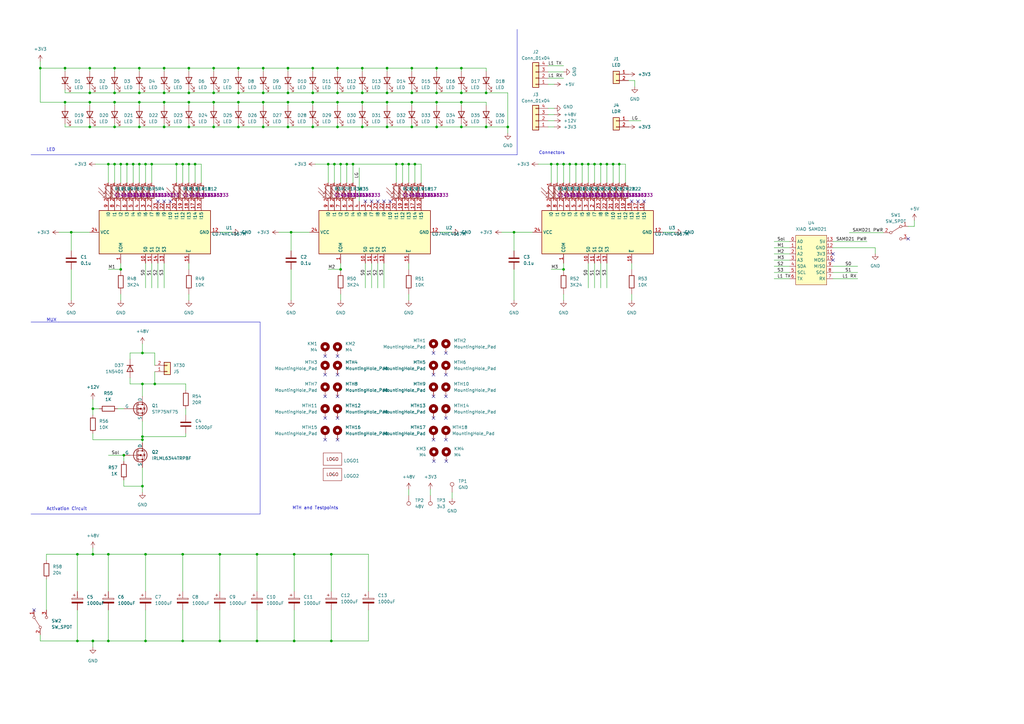
<source format=kicad_sch>
(kicad_sch (version 20231120) (generator "eeschema") (generator_version "8.0")
  (paper "A3")
  (title_block (title "Layer 1") (date "2023-04-21") (rev "1") (company "Sentinels Robotics"))
  (junction (at 189.23 27.94))
  (junction (at 90.17 227.33))
  (junction (at 97.79 52.07))
  (junction (at 74.93 227.33))
  (junction (at 67.31 41.91))
  (junction (at 168.91 41.91))
  (junction (at 162.56 67.31))
  (junction (at 49.53 110.49))
  (junction (at 46.99 41.91))
  (junction (at 167.64 67.31))
  (junction (at 58.42 179.07))
  (junction (at 199.39 38.1))
  (junction (at 138.43 38.1))
  (junction (at 135.89 227.33))
  (junction (at 72.39 67.31))
  (junction (at 118.11 52.07))
  (junction (at 97.79 27.94))
  (junction (at 128.27 52.07))
  (junction (at 107.95 52.07))
  (junction (at 120.65 262.89))
  (junction (at 128.27 41.91))
  (junction (at 90.17 262.89))
  (junction (at 58.42 157.48))
  (junction (at 44.45 67.31))
  (junction (at 57.15 27.94))
  (junction (at 67.31 38.1))
  (junction (at 179.07 38.1))
  (junction (at 135.89 262.89))
  (junction (at 87.63 52.07))
  (junction (at 231.14 67.31))
  (junction (at 144.78 67.31))
  (junction (at 44.45 227.33))
  (junction (at 128.27 27.94))
  (junction (at 77.47 41.91))
  (junction (at 107.95 38.1))
  (junction (at 67.31 52.07))
  (junction (at 107.95 41.91))
  (junction (at 241.3 67.31))
  (junction (at 168.91 38.1))
  (junction (at 248.92 67.31))
  (junction (at 118.11 41.91))
  (junction (at 97.79 41.91))
  (junction (at 138.43 52.07))
  (junction (at 74.93 262.89))
  (junction (at 59.69 227.33))
  (junction (at 165.1 67.31))
  (junction (at 57.15 52.07))
  (junction (at 36.83 52.07))
  (junction (at 97.79 38.1))
  (junction (at 58.42 144.78))
  (junction (at 238.76 67.31))
  (junction (at 142.24 67.31))
  (junction (at 77.47 27.94))
  (junction (at 208.28 52.07))
  (junction (at 120.65 227.33))
  (junction (at 44.45 262.89))
  (junction (at 31.75 262.89))
  (junction (at 138.43 27.94))
  (junction (at 148.59 38.1))
  (junction (at 77.47 67.31))
  (junction (at 31.75 227.33))
  (junction (at 105.41 262.89))
  (junction (at 74.93 67.31))
  (junction (at 38.1 167.64))
  (junction (at 119.38 95.25))
  (junction (at 46.99 67.31))
  (junction (at 36.83 41.91))
  (junction (at 63.5 157.48))
  (junction (at 118.11 27.94))
  (junction (at 179.07 52.07))
  (junction (at 77.47 38.1))
  (junction (at 59.69 262.89))
  (junction (at 168.91 52.07))
  (junction (at 87.63 27.94))
  (junction (at 87.63 38.1))
  (junction (at 52.07 67.31))
  (junction (at 80.01 67.31))
  (junction (at 77.47 52.07))
  (junction (at 179.07 41.91))
  (junction (at 57.15 41.91))
  (junction (at 138.43 41.91))
  (junction (at 189.23 41.91))
  (junction (at 139.7 67.31))
  (junction (at 137.16 67.31))
  (junction (at 16.51 27.94))
  (junction (at 231.14 110.49))
  (junction (at 36.83 27.94))
  (junction (at 189.23 52.07))
  (junction (at 26.67 41.91))
  (junction (at 168.91 27.94))
  (junction (at 38.1 227.33))
  (junction (at 251.46 67.31))
  (junction (at 158.75 41.91))
  (junction (at 243.84 67.31))
  (junction (at 189.23 38.1))
  (junction (at 50.8 186.69))
  (junction (at 38.1 262.89))
  (junction (at 54.61 67.31))
  (junction (at 59.69 67.31))
  (junction (at 246.38 67.31))
  (junction (at 148.59 27.94))
  (junction (at 105.41 227.33))
  (junction (at 46.99 38.1))
  (junction (at 67.31 27.94))
  (junction (at 139.7 110.49))
  (junction (at 233.68 67.31))
  (junction (at 46.99 52.07))
  (junction (at 58.42 199.39))
  (junction (at 57.15 38.1))
  (junction (at 128.27 38.1))
  (junction (at 118.11 38.1))
  (junction (at 170.18 67.31))
  (junction (at 236.22 67.31))
  (junction (at 58.42 180.34))
  (junction (at 158.75 52.07))
  (junction (at 148.59 52.07))
  (junction (at 46.99 27.94))
  (junction (at 254 67.31))
  (junction (at 228.6 67.31))
  (junction (at 26.67 27.94))
  (junction (at 210.82 95.25))
  (junction (at 62.23 67.31))
  (junction (at 134.62 67.31))
  (junction (at 158.75 38.1))
  (junction (at 36.83 38.1))
  (junction (at 57.15 67.31))
  (junction (at 179.07 27.94))
  (junction (at 29.21 95.25))
  (junction (at 226.06 67.31))
  (junction (at 49.53 67.31))
  (junction (at 87.63 41.91))
  (junction (at 199.39 52.07))
  (junction (at 148.59 41.91))
  (junction (at 107.95 27.94))
  (junction (at 158.75 27.94))
  (no_connect (at 261.62 82.55))
  (no_connect (at 152.4 82.55))
  (no_connect (at 133.35 146.05))
  (no_connect (at 157.48 82.55))
  (no_connect (at 133.35 162.56))
  (no_connect (at 133.35 180.34))
  (no_connect (at 64.77 82.55))
  (no_connect (at 138.43 162.56))
  (no_connect (at 177.8 171.45))
  (no_connect (at 133.35 153.67))
  (no_connect (at 160.02 82.55))
  (no_connect (at 69.85 82.55))
  (no_connect (at 177.8 144.78))
  (no_connect (at 177.9488 189.1314))
  (no_connect (at 138.43 171.45))
  (no_connect (at 183.0288 189.1314))
  (no_connect (at 67.31 82.55))
  (no_connect (at 259.08 82.55))
  (no_connect (at 182.88 162.56))
  (no_connect (at 341.63 106.68))
  (no_connect (at 372.4961 97.9501))
  (no_connect (at 133.35 171.45))
  (no_connect (at 13.97 250.19))
  (no_connect (at 264.16 82.55))
  (no_connect (at 177.8 153.67))
  (no_connect (at 341.63 104.14))
  (no_connect (at 182.88 144.78))
  (no_connect (at 149.86 82.55))
  (no_connect (at 154.94 82.55))
  (no_connect (at 182.88 153.67))
  (no_connect (at 138.43 146.05))
  (no_connect (at 138.43 180.34))
  (no_connect (at 177.8 180.34))
  (no_connect (at 138.43 153.67))
  (no_connect (at 182.88 171.45))
  (no_connect (at 182.88 180.34))
  (no_connect (at 177.8 162.56))
  (wire (pts (xy 185.42 201.93) (xy 185.42 204.47)))
  (wire (pts (xy 119.38 110.49) (xy 119.38 123.19)))
  (wire (pts (xy 241.3 67.31) (xy 243.84 67.31)))
  (wire (pts (xy 53.34 144.78) (xy 53.34 147.32)))
  (polyline (pts (xy 12.7 132.08) (xy 24.13 132.08)))
  (wire (pts (xy 224.8169 26.9683) (xy 231.1669 26.9683)))
  (wire (pts (xy 90.17 227.33) (xy 105.41 227.33)))
  (wire (pts (xy 44.45 110.49) (xy 49.53 110.49)))
  (wire (pts (xy 118.11 50.8) (xy 118.11 52.07)))
  (wire (pts (xy 87.63 38.1) (xy 97.79 38.1)))
  (wire (pts (xy 118.11 52.07) (xy 128.27 52.07)))
  (wire (pts (xy 74.93 227.33) (xy 90.17 227.33)))
  (wire (pts (xy 74.93 67.31) (xy 77.47 67.31)))
  (wire (pts (xy 168.91 41.91) (xy 179.07 41.91)))
  (wire (pts (xy 19.05 227.33) (xy 19.05 229.87)))
  (wire (pts (xy 72.39 67.31) (xy 74.93 67.31)))
  (wire (pts (xy 87.63 41.91) (xy 77.47 41.91)))
  (wire (pts (xy 254 67.31) (xy 254 74.93)))
  (wire (pts (xy 67.31 38.1) (xy 77.47 38.1)))
  (wire (pts (xy 208.28 38.1) (xy 208.28 52.07)))
  (wire (pts (xy 48.26 167.64) (xy 50.8 167.64)))
  (wire (pts (xy 67.31 52.07) (xy 77.47 52.07)))
  (wire (pts (xy 63.5 157.48) (xy 76.2 157.48)))
  (wire (pts (xy 158.75 41.91) (xy 148.59 41.91)))
  (wire (pts (xy 97.79 27.94) (xy 87.63 27.94)))
  (wire (pts (xy 38.1 262.89) (xy 38.1 265.43)))
  (wire (pts (xy 168.91 43.18) (xy 168.91 41.91)))
  (wire (pts (xy 59.69 262.89) (xy 74.93 262.89)))
  (wire (pts (xy 241.3 107.95) (xy 241.3 118.11)))
  (wire (pts (xy 189.23 36.83) (xy 189.23 38.1)))
  (wire (pts (xy 16.51 41.91) (xy 26.67 41.91)))
  (wire (pts (xy 148.59 52.07) (xy 158.75 52.07)))
  (wire (pts (xy 107.95 41.91) (xy 118.11 41.91)))
  (wire (pts (xy 246.38 67.31) (xy 248.92 67.31)))
  (wire (pts (xy 118.11 36.83) (xy 118.11 38.1)))
  (wire (pts (xy 107.95 27.94) (xy 118.11 27.94)))
  (wire (pts (xy 189.23 27.94) (xy 199.39 27.94)))
  (wire (pts (xy 128.27 41.91) (xy 138.43 41.91)))
  (wire (pts (xy 189.23 41.91) (xy 189.23 43.18)))
  (wire (pts (xy 154.94 107.95) (xy 154.94 118.11)))
  (wire (pts (xy 220.7091 67.31) (xy 226.06 67.31)))
  (wire (pts (xy 243.84 107.95) (xy 243.84 118.11)))
  (wire (pts (xy 77.47 120.65) (xy 77.47 123.19)))
  (wire (pts (xy 46.99 67.31) (xy 49.53 67.31)))
  (polyline (pts (xy 12.7 210.82) (xy 106.68 210.82)))
  (wire (pts (xy 341.63 99.06) (xy 355.6 99.06)))
  (wire (pts (xy 97.79 27.94) (xy 107.95 27.94)))
  (wire (pts (xy 57.15 41.91) (xy 67.31 41.91)))
  (wire (pts (xy 80.01 67.31) (xy 82.55 67.31)))
  (wire (pts (xy 168.91 29.21) (xy 168.91 27.94)))
  (wire (pts (xy 199.39 36.83) (xy 199.39 38.1)))
  (wire (pts (xy 76.2 167.64) (xy 76.2 170.18)))
  (wire (pts (xy 317.5 101.6) (xy 323.85 101.6)))
  (wire (pts (xy 227.3569 34.5883) (xy 224.8169 34.5883)))
  (wire (pts (xy 246.38 67.31) (xy 246.38 74.93)))
  (wire (pts (xy 87.63 43.18) (xy 87.63 41.91)))
  (polyline (pts (xy 12.7 63.5) (xy 212.09 63.5)))
  (wire (pts (xy 231.14 107.95) (xy 231.14 110.49)))
  (wire (pts (xy 38.1 167.64) (xy 40.64 167.64)))
  (wire (pts (xy 168.91 36.83) (xy 168.91 38.1)))
  (wire (pts (xy 179.07 27.94) (xy 189.23 27.94)))
  (wire (pts (xy 44.45 262.89) (xy 59.69 262.89)))
  (wire (pts (xy 46.99 29.21) (xy 46.99 27.94)))
  (wire (pts (xy 49.53 107.95) (xy 49.53 110.49)))
  (wire (pts (xy 151.13 250.19) (xy 151.13 262.89)))
  (wire (pts (xy 46.99 52.07) (xy 57.15 52.07)))
  (wire (pts (xy 259.08 107.95) (xy 259.08 110.49)))
  (wire (pts (xy 348.3661 95.4101) (xy 362.3361 95.4101)))
  (wire (pts (xy 189.23 52.07) (xy 199.39 52.07)))
  (wire (pts (xy 46.99 43.18) (xy 46.99 41.91)))
  (wire (pts (xy 57.15 50.8) (xy 57.15 52.07)))
  (wire (pts (xy 72.39 67.31) (xy 72.39 74.93)))
  (wire (pts (xy 179.07 41.91) (xy 189.23 41.91)))
  (wire (pts (xy 87.63 27.94) (xy 77.47 27.94)))
  (wire (pts (xy 87.63 29.21) (xy 87.63 27.94)))
  (wire (pts (xy 180.34 95.25) (xy 185.42 95.25)))
  (wire (pts (xy 129.2691 67.31) (xy 134.62 67.31)))
  (wire (pts (xy 158.75 43.18) (xy 158.75 41.91)))
  (wire (pts (xy 238.76 67.31) (xy 238.76 74.93)))
  (wire (pts (xy 44.45 186.69) (xy 50.8 186.69)))
  (wire (pts (xy 107.95 50.8) (xy 107.95 52.07)))
  (wire (pts (xy 63.5 149.86) (xy 63.5 144.78)))
  (wire (pts (xy 148.59 29.21) (xy 148.59 27.94)))
  (wire (pts (xy 128.27 43.18) (xy 128.27 41.91)))
  (wire (pts (xy 158.75 36.83) (xy 158.75 38.1)))
  (wire (pts (xy 208.28 52.07) (xy 208.28 54.61)))
  (wire (pts (xy 97.79 36.83) (xy 97.79 38.1)))
  (wire (pts (xy 227.33 44.45) (xy 224.79 44.45)))
  (wire (pts (xy 271.78 95.25) (xy 276.86 95.25)))
  (wire (pts (xy 162.56 67.31) (xy 162.56 74.93)))
  (wire (pts (xy 26.67 50.8) (xy 26.67 52.07)))
  (wire (pts (xy 59.69 67.31) (xy 62.23 67.31)))
  (wire (pts (xy 317.5 99.06) (xy 323.85 99.06)))
  (wire (pts (xy 179.07 50.8) (xy 179.07 52.07)))
  (wire (pts (xy 168.91 38.1) (xy 179.07 38.1)))
  (wire (pts (xy 44.45 227.33) (xy 59.69 227.33)))
  (wire (pts (xy 119.38 95.25) (xy 127 95.25)))
  (wire (pts (xy 107.95 43.18) (xy 107.95 41.91)))
  (wire (pts (xy 107.95 38.1) (xy 118.11 38.1)))
  (wire (pts (xy 128.27 52.07) (xy 138.43 52.07)))
  (wire (pts (xy 80.01 67.31) (xy 80.01 74.93)))
  (wire (pts (xy 58.42 179.07) (xy 76.2 179.07)))
  (wire (pts (xy 142.24 67.31) (xy 142.24 74.93)))
  (wire (pts (xy 118.11 41.91) (xy 128.27 41.91)))
  (wire (pts (xy 97.79 50.8) (xy 97.79 52.07)))
  (wire (pts (xy 128.27 38.1) (xy 138.43 38.1)))
  (wire (pts (xy 36.83 50.8) (xy 36.83 52.07)))
  (wire (pts (xy 134.62 110.49) (xy 139.7 110.49)))
  (wire (pts (xy 50.8 199.39) (xy 50.8 196.85)))
  (wire (pts (xy 67.31 107.95) (xy 67.31 118.11)))
  (wire (pts (xy 44.45 227.33) (xy 44.45 242.57)))
  (wire (pts (xy 210.82 110.49) (xy 210.82 123.19)))
  (wire (pts (xy 90.17 250.19) (xy 90.17 262.89)))
  (wire (pts (xy 77.47 67.31) (xy 77.47 74.93)))
  (wire (pts (xy 44.45 250.19) (xy 44.45 262.89)))
  (wire (pts (xy 59.69 227.33) (xy 74.93 227.33)))
  (wire (pts (xy 67.31 27.94) (xy 57.15 27.94)))
  (wire (pts (xy 226.06 67.31) (xy 228.6 67.31)))
  (wire (pts (xy 158.75 29.21) (xy 158.75 27.94)))
  (wire (pts (xy 36.83 27.94) (xy 26.67 27.94)))
  (wire (pts (xy 105.41 227.33) (xy 105.41 242.57)))
  (wire (pts (xy 58.42 191.77) (xy 58.42 199.39)))
  (wire (pts (xy 74.93 67.31) (xy 74.93 74.93)))
  (wire (pts (xy 256.54 67.31) (xy 256.54 74.93)))
  (wire (pts (xy 62.23 67.31) (xy 72.39 67.31)))
  (wire (pts (xy 90.17 95.25) (xy 95.25 95.25)))
  (wire (pts (xy 351.79 111.76) (xy 341.63 111.76)))
  (wire (pts (xy 97.79 38.1) (xy 107.95 38.1)))
  (wire (pts (xy 77.47 29.21) (xy 77.47 27.94)))
  (wire (pts (xy 148.59 43.18) (xy 148.59 41.91)))
  (wire (pts (xy 76.2 177.8) (xy 76.2 179.07)))
  (wire (pts (xy 26.67 41.91) (xy 36.83 41.91)))
  (wire (pts (xy 243.84 67.31) (xy 243.84 74.93)))
  (wire (pts (xy 179.07 41.91) (xy 179.07 43.18)))
  (wire (pts (xy 97.79 43.18) (xy 97.79 41.91)))
  (wire (pts (xy 54.61 67.31) (xy 54.61 74.93)))
  (wire (pts (xy 57.15 29.21) (xy 57.15 27.94)))
  (wire (pts (xy 36.83 41.91) (xy 46.99 41.91)))
  (wire (pts (xy 59.69 107.95) (xy 59.69 118.11)))
  (wire (pts (xy 118.11 27.94) (xy 128.27 27.94)))
  (wire (pts (xy 139.7 120.65) (xy 139.7 123.19)))
  (wire (pts (xy 31.75 227.33) (xy 38.1 227.33)))
  (wire (pts (xy 241.3 67.31) (xy 241.3 74.93)))
  (wire (pts (xy 134.62 67.31) (xy 137.16 67.31)))
  (wire (pts (xy 77.47 43.18) (xy 77.47 41.91)))
  (wire (pts (xy 31.75 262.89) (xy 38.1 262.89)))
  (wire (pts (xy 87.63 50.8) (xy 87.63 52.07)))
  (wire (pts (xy 128.27 27.94) (xy 138.43 27.94)))
  (wire (pts (xy 64.77 107.95) (xy 64.77 118.11)))
  (wire (pts (xy 57.15 36.83) (xy 57.15 38.1)))
  (wire (pts (xy 260.35 33.02) (xy 260.35 35.56)))
  (wire (pts (xy 16.5134 25.2021) (xy 16.51 25.2021)))
  (wire (pts (xy 139.7 67.31) (xy 139.7 74.93)))
  (wire (pts (xy 226.06 67.31) (xy 226.06 74.93)))
  (polyline (pts (xy 24.13 132.08) (xy 106.68 132.08)))
  (wire (pts (xy 149.86 107.95) (xy 149.86 118.11)))
  (wire (pts (xy 157.48 107.95) (xy 157.48 118.11)))
  (wire (pts (xy 38.1 224.79) (xy 38.1 227.33)))
  (wire (pts (xy 236.22 67.31) (xy 236.22 74.93)))
  (wire (pts (xy 74.93 250.19) (xy 74.93 262.89)))
  (wire (pts (xy 138.43 50.8) (xy 138.43 52.07)))
  (wire (pts (xy 210.82 95.25) (xy 210.82 102.87)))
  (wire (pts (xy 87.63 36.83) (xy 87.63 38.1)))
  (wire (pts (xy 243.84 67.31) (xy 246.38 67.31)))
  (wire (pts (xy 97.79 41.91) (xy 107.95 41.91)))
  (wire (pts (xy 147.3196 68.8731) (xy 147.32 68.8731)))
  (wire (pts (xy 144.78 67.31) (xy 144.78 74.93)))
  (wire (pts (xy 29.21 95.25) (xy 36.83 95.25)))
  (wire (pts (xy 90.17 262.89) (xy 105.41 262.89)))
  (wire (pts (xy 53.34 157.48) (xy 53.34 154.94)))
  (wire (pts (xy 29.21 95.25) (xy 29.21 102.87)))
  (wire (pts (xy 170.18 67.31) (xy 172.72 67.31)))
  (wire (pts (xy 87.63 41.91) (xy 97.79 41.91)))
  (wire (pts (xy 259.08 120.65) (xy 259.08 123.19)))
  (wire (pts (xy 26.67 36.83) (xy 26.67 38.1)))
  (wire (pts (xy 176.53 200.66) (xy 176.53 203.2)))
  (wire (pts (xy 251.46 67.31) (xy 251.46 74.93)))
  (wire (pts (xy 54.61 67.31) (xy 57.15 67.31)))
  (wire (pts (xy 49.53 120.65) (xy 49.53 123.19)))
  (wire (pts (xy 44.45 67.31) (xy 44.45 74.93)))
  (wire (pts (xy 58.42 140.97) (xy 58.42 144.78)))
  (wire (pts (xy 57.15 67.31) (xy 59.69 67.31)))
  (wire (pts (xy 165.1 67.31) (xy 165.1 74.93)))
  (wire (pts (xy 120.65 227.33) (xy 120.65 242.57)))
  (wire (pts (xy 118.11 43.18) (xy 118.11 41.91)))
  (wire (pts (xy 58.42 157.48) (xy 53.34 157.48)))
  (wire (pts (xy 236.22 67.31) (xy 238.76 67.31)))
  (wire (pts (xy 46.99 67.31) (xy 46.99 74.93)))
  (wire (pts (xy 38.1 163.83) (xy 38.1 167.64)))
  (polyline (pts (xy 212.09 12.0396) (xy 212.09 63.5)))
  (wire (pts (xy 251.46 67.31) (xy 254 67.31)))
  (wire (pts (xy 199.39 29.21) (xy 199.39 27.94)))
  (wire (pts (xy 120.65 227.33) (xy 135.89 227.33)))
  (wire (pts (xy 62.23 67.31) (xy 62.23 74.93)))
  (wire (pts (xy 317.5 109.22) (xy 323.85 109.22)))
  (wire (pts (xy 46.99 41.91) (xy 57.15 41.91)))
  (wire (pts (xy 57.15 27.94) (xy 46.99 27.94)))
  (wire (pts (xy 26.67 43.18) (xy 26.67 41.91)))
  (wire (pts (xy 16.51 27.94) (xy 16.51 41.91)))
  (wire (pts (xy 341.63 101.6) (xy 358.9744 101.6)))
  (wire (pts (xy 67.31 36.83) (xy 67.31 38.1)))
  (wire (pts (xy 135.89 262.89) (xy 151.13 262.89)))
  (wire (pts (xy 16.51 27.94) (xy 26.67 27.94)))
  (wire (pts (xy 114.3 95.25) (xy 119.38 95.25)))
  (wire (pts (xy 168.91 27.94) (xy 179.07 27.94)))
  (wire (pts (xy 82.55 67.31) (xy 82.55 74.93)))
  (wire (pts (xy 49.53 67.31) (xy 52.07 67.31)))
  (wire (pts (xy 167.64 67.31) (xy 170.18 67.31)))
  (wire (pts (xy 62.23 107.95) (xy 62.23 118.11)))
  (wire (pts (xy 142.24 67.31) (xy 144.78 67.31)))
  (wire (pts (xy 58.42 201.93) (xy 58.42 199.39)))
  (wire (pts (xy 50.8 199.39) (xy 58.42 199.39)))
  (wire (pts (xy 227.33 46.99) (xy 224.79 46.99)))
  (wire (pts (xy 158.75 38.1) (xy 168.91 38.1)))
  (wire (pts (xy 138.43 38.1) (xy 148.59 38.1)))
  (wire (pts (xy 248.92 107.95) (xy 248.92 118.11)))
  (wire (pts (xy 228.6 67.31) (xy 231.14 67.31)))
  (wire (pts (xy 199.39 41.91) (xy 199.39 43.18)))
  (wire (pts (xy 76.2 157.48) (xy 76.2 160.02)))
  (wire (pts (xy 58.42 181.61) (xy 58.42 180.34)))
  (wire (pts (xy 58.42 180.34) (xy 58.42 179.07)))
  (wire (pts (xy 167.64 67.31) (xy 167.64 74.93)))
  (wire (pts (xy 36.83 38.1) (xy 46.99 38.1)))
  (wire (pts (xy 67.31 43.18) (xy 67.31 41.91)))
  (wire (pts (xy 158.75 27.94) (xy 168.91 27.94)))
  (wire (pts (xy 107.95 36.83) (xy 107.95 38.1)))
  (wire (pts (xy 168.91 52.07) (xy 179.07 52.07)))
  (wire (pts (xy 52.07 67.31) (xy 54.61 67.31)))
  (wire (pts (xy 77.47 50.8) (xy 77.47 52.07)))
  (wire (pts (xy 238.76 67.31) (xy 241.3 67.31)))
  (wire (pts (xy 148.59 27.94) (xy 158.75 27.94)))
  (wire (pts (xy 233.68 67.31) (xy 236.22 67.31)))
  (wire (pts (xy 87.63 52.07) (xy 97.79 52.07)))
  (wire (pts (xy 224.8169 29.5083) (xy 231.1669 29.5083)))
  (wire (pts (xy 58.42 144.78) (xy 63.5 144.78)))
  (wire (pts (xy 179.07 52.07) (xy 189.23 52.07)))
  (wire (pts (xy 231.14 67.31) (xy 231.14 74.93)))
  (wire (pts (xy 90.17 227.33) (xy 90.17 242.57)))
  (wire (pts (xy 151.13 227.33) (xy 151.13 242.57)))
  (wire (pts (xy 138.43 27.94) (xy 148.59 27.94)))
  (wire (pts (xy 77.47 38.1) (xy 87.63 38.1)))
  (wire (pts (xy 139.7 107.95) (xy 139.7 110.49)))
  (wire (pts (xy 224.8169 32.0483) (xy 231.1669 32.0483)))
  (wire (pts (xy 58.42 157.48) (xy 58.42 162.56)))
  (wire (pts (xy 26.67 29.21) (xy 26.67 27.94)))
  (wire (pts (xy 67.31 50.8) (xy 67.31 52.07)))
  (wire (pts (xy 38.1 180.34) (xy 58.42 180.34)))
  (wire (pts (xy 50.8 189.23) (xy 50.8 186.69)))
  (wire (pts (xy 134.62 67.31) (xy 134.62 74.93)))
  (wire (pts (xy 351.79 109.22) (xy 341.63 109.22)))
  (wire (pts (xy 105.41 250.19) (xy 105.41 262.89)))
  (wire (pts (xy 189.23 50.8) (xy 189.23 52.07)))
  (wire (pts (xy 254 67.31) (xy 256.54 67.31)))
  (wire (pts (xy 231.14 67.31) (xy 233.68 67.31)))
  (polyline (pts (xy 106.68 132.08) (xy 106.68 210.82)))
  (wire (pts (xy 52.07 67.31) (xy 52.07 74.93)))
  (wire (pts (xy 162.56 67.31) (xy 165.1 67.31)))
  (wire (pts (xy 189.23 41.91) (xy 199.39 41.91)))
  (wire (pts (xy 375.0361 92.8701) (xy 372.4961 92.8701)))
  (wire (pts (xy 39.0991 67.31) (xy 44.45 67.31)))
  (wire (pts (xy 358.9744 101.6) (xy 358.9744 103.9972)))
  (wire (pts (xy 147.32 82.55) (xy 147.32 68.8731)))
  (wire (pts (xy 16.51 25.2021) (xy 16.51 27.94)))
  (wire (pts (xy 29.21 110.49) (xy 29.21 123.19)))
  (wire (pts (xy 138.43 52.07) (xy 148.59 52.07)))
  (wire (pts (xy 57.15 38.1) (xy 67.31 38.1)))
  (wire (pts (xy 199.39 50.8) (xy 199.39 52.07)))
  (wire (pts (xy 139.7 67.31) (xy 142.24 67.31)))
  (wire (pts (xy 46.99 38.1) (xy 57.15 38.1)))
  (wire (pts (xy 49.53 67.31) (xy 49.53 74.93)))
  (wire (pts (xy 228.6 67.31) (xy 228.6 74.93)))
  (wire (pts (xy 317.5 106.68) (xy 323.85 106.68)))
  (wire (pts (xy 118.11 38.1) (xy 128.27 38.1)))
  (wire (pts (xy 179.07 29.21) (xy 179.07 27.94)))
  (wire (pts (xy 168.91 50.8) (xy 168.91 52.07)))
  (wire (pts (xy 226.06 110.49) (xy 231.14 110.49)))
  (wire (pts (xy 119.38 95.25) (xy 119.38 102.87)))
  (wire (pts (xy 257.81 33.02) (xy 260.35 33.02)))
  (wire (pts (xy 138.43 43.18) (xy 138.43 41.91)))
  (wire (pts (xy 58.42 172.72) (xy 58.42 179.07)))
  (wire (pts (xy 128.27 29.21) (xy 128.27 27.94)))
  (wire (pts (xy 227.33 52.07) (xy 224.79 52.07)))
  (wire (pts (xy 77.47 67.31) (xy 80.01 67.31)))
  (wire (pts (xy 199.39 38.1) (xy 189.23 38.1)))
  (wire (pts (xy 341.63 114.3) (xy 351.79 114.3)))
  (wire (pts (xy 36.83 29.21) (xy 36.83 27.94)))
  (wire (pts (xy 59.69 227.33) (xy 59.69 242.57)))
  (wire (pts (xy 231.14 120.65) (xy 231.14 123.19)))
  (wire (pts (xy 148.59 38.1) (xy 158.75 38.1)))
  (wire (pts (xy 257.81 49.53) (xy 262.89 49.53)))
  (wire (pts (xy 77.47 107.95) (xy 77.47 110.49)))
  (wire (pts (xy 165.1 67.31) (xy 167.64 67.31)))
  (wire (pts (xy 38.1 167.64) (xy 38.1 170.18)))
  (wire (pts (xy 97.79 29.21) (xy 97.79 27.94)))
  (wire (pts (xy 138.43 36.83) (xy 138.43 38.1)))
  (wire (pts (xy 97.79 52.07) (xy 107.95 52.07)))
  (wire (pts (xy 135.89 227.33) (xy 135.89 242.57)))
  (wire (pts (xy 19.05 237.49) (xy 19.05 250.19)))
  (wire (pts (xy 118.11 29.21) (xy 118.11 27.94)))
  (wire (pts (xy 317.5 114.3) (xy 323.85 114.3)))
  (wire (pts (xy 137.16 67.31) (xy 139.7 67.31)))
  (wire (pts (xy 31.75 250.19) (xy 31.75 262.89)))
  (wire (pts (xy 16.51 262.89) (xy 31.75 262.89)))
  (wire (pts (xy 148.59 50.8) (xy 148.59 52.07)))
  (wire (pts (xy 105.41 227.33) (xy 120.65 227.33)))
  (wire (pts (xy 36.83 36.83) (xy 36.83 38.1)))
  (wire (pts (xy 317.5 104.14) (xy 323.85 104.14)))
  (wire (pts (xy 38.1 262.89) (xy 44.45 262.89)))
  (wire (pts (xy 189.23 29.21) (xy 189.23 27.94)))
  (wire (pts (xy 135.89 227.33) (xy 151.13 227.33)))
  (wire (pts (xy 74.93 262.89) (xy 90.17 262.89)))
  (wire (pts (xy 46.99 67.31) (xy 44.45 67.31)))
  (wire (pts (xy 135.89 250.19) (xy 135.89 262.89)))
  (wire (pts (xy 227.33 49.53) (xy 224.79 49.53)))
  (wire (pts (xy 172.72 67.31) (xy 172.72 74.93)))
  (wire (pts (xy 16.51 260.35) (xy 16.51 262.89)))
  (wire (pts (xy 67.31 29.21) (xy 67.31 27.94)))
  (wire (pts (xy 105.41 262.89) (xy 120.65 262.89)))
  (wire (pts (xy 26.67 38.1) (xy 36.83 38.1)))
  (wire (pts (xy 120.65 262.89) (xy 135.89 262.89)))
  (wire (pts (xy 57.15 52.07) (xy 67.31 52.07)))
  (wire (pts (xy 120.65 250.19) (xy 120.65 262.89)))
  (wire (pts (xy 36.83 52.07) (xy 46.99 52.07)))
  (wire (pts (xy 199.39 52.07) (xy 208.28 52.07)))
  (wire (pts (xy 158.75 50.8) (xy 158.75 52.07)))
  (wire (pts (xy 31.75 227.33) (xy 31.75 242.57)))
  (wire (pts (xy 167.64 120.65) (xy 167.64 123.19)))
  (wire (pts (xy 144.78 67.31) (xy 162.56 67.31)))
  (wire (pts (xy 189.23 38.1) (xy 179.07 38.1)))
  (wire (pts (xy 138.43 41.91) (xy 148.59 41.91)))
  (wire (pts (xy 233.68 67.31) (xy 233.68 74.93)))
  (wire (pts (xy 128.27 50.8) (xy 128.27 52.07)))
  (wire (pts (xy 248.92 67.31) (xy 248.92 74.93)))
  (wire (pts (xy 148.59 36.83) (xy 148.59 38.1)))
  (wire (pts (xy 179.07 36.83) (xy 179.07 38.1)))
  (wire (pts (xy 246.38 107.95) (xy 246.38 118.11)))
  (wire (pts (xy 158.75 52.07) (xy 168.91 52.07)))
  (wire (pts (xy 152.4 107.95) (xy 152.4 118.11)))
  (wire (pts (xy 138.43 29.21) (xy 138.43 27.94)))
  (wire (pts (xy 317.5 111.76) (xy 323.85 111.76)))
  (wire (pts (xy 19.05 227.33) (xy 31.75 227.33)))
  (wire (pts (xy 58.42 157.48) (xy 63.5 157.48)))
  (wire (pts (xy 375.0361 90.3301) (xy 375.0361 92.8701)))
  (wire (pts (xy 38.1 177.8) (xy 38.1 180.34)))
  (wire (pts (xy 77.47 27.94) (xy 67.31 27.94)))
  (wire (pts (xy 57.15 67.31) (xy 57.15 74.93)))
  (wire (pts (xy 208.28 38.1) (xy 199.39 38.1)))
  (wire (pts (xy 59.69 250.19) (xy 59.69 262.89)))
  (wire (pts (xy 46.99 36.83) (xy 46.99 38.1)))
  (wire (pts (xy 38.1 227.33) (xy 44.45 227.33)))
  (wire (pts (xy 46.99 50.8) (xy 46.99 52.07)))
  (wire (pts (xy 36.83 43.18) (xy 36.83 41.91)))
  (wire (pts (xy 137.16 67.31) (xy 137.16 74.93)))
  (wire (pts (xy 210.82 95.25) (xy 218.44 95.25)))
  (wire (pts (xy 77.47 36.83) (xy 77.47 38.1)))
  (wire (pts (xy 168.91 41.91) (xy 158.75 41.91)))
  (wire (pts (xy 53.34 144.78) (xy 58.42 144.78)))
  (wire (pts (xy 57.15 43.18) (xy 57.15 41.91)))
  (wire (pts (xy 74.93 227.33) (xy 74.93 242.57)))
  (wire (pts (xy 46.99 27.94) (xy 36.83 27.94)))
  (wire (pts (xy 77.47 52.07) (xy 87.63 52.07)))
  (wire (pts (xy 63.5 152.4) (xy 63.5 157.48)))
  (wire (pts (xy 248.92 67.31) (xy 251.46 67.31)))
  (wire (pts (xy 167.64 107.95) (xy 167.64 110.49)))
  (wire (pts (xy 128.27 36.83) (xy 128.27 38.1)))
  (wire (pts (xy 67.31 41.91) (xy 77.47 41.91)))
  (wire (pts (xy 167.64 200.66) (xy 167.64 203.2)))
  (wire (pts (xy 170.18 67.31) (xy 170.18 74.93)))
  (wire (pts (xy 26.67 52.07) (xy 36.83 52.07)))
  (wire (pts (xy 24.13 95.25) (xy 29.21 95.25)))
  (wire (pts (xy 107.95 29.21) (xy 107.95 27.94)))
  (wire (pts (xy 107.95 52.07) (xy 118.11 52.07)))
  (wire (pts (xy 205.74 95.25) (xy 210.82 95.25)))
  (wire (pts (xy 59.69 67.31) (xy 59.69 74.93)))
  (text "MUX" (at 19.05 132.08 0) (effects (font (size 1.27 1.27)) (justify left bottom)))
  (text "MTH and Testpoints" (at 119.8465 209.184 0) (effects (font (size 1.27 1.27)) (justify left bottom)))
  (text "LED" (at 19.05 62.23 0) (effects (font (size 1.27 1.27)) (justify left bottom)))
  (text "Connectors" (at 220.98 63.5 0) (effects (font (size 1.27 1.27)) (justify left bottom)))
  (text "Activation Circuit" (at 19.05 209.55 0) (effects (font (size 1.27 1.27)) (justify left bottom)))
  (label "M2" (at 318.77 104.14 0))
  (label "S3" (at 67.31 110.49 270))
  (label "S1" (at 62.23 110.49 270))
  (label "S2" (at 246.38 110.49 270))
  (label "S2" (at 64.77 110.49 270))
  (label "L1 RX" (at 345.44 114.3 0))
  (label "S1" (at 349.25 111.76 180))
  (label "S2" (at 318.77 109.22 0))
  (label "SAMD21 PWR" (at 342.9 99.06 0))
  (label "S1" (at 243.84 110.49 270))
  (label "S0" (at 149.86 110.49 270))
  (label "S1" (at 152.4 110.49 270))
  (label "Sol" (at 318.77 99.06 0))
  (label "SAMD21 PWR" (at 349.6361 95.4101 0))
  (label "M1" (at 44.45 110.49 0))
  (label "S0" (at 349.25 109.22 180))
  (label "M1" (at 318.77 101.6 0))
  (label "S2" (at 154.94 110.49 270))
  (label "S0" (at 59.69 110.49 270))
  (label "M3" (at 318.77 106.68 0))
  (label "S3" (at 157.48 110.49 270))
  (label "M3" (at 226.06 110.49 0))
  (label "L1 TX" (at 318.77 114.3 0))
  (label "L1 RX" (at 224.8169 32.0483 0))
  (label "LG" (at 261.62 49.53 180))
  (label "S3" (at 248.92 110.49 270))
  (label "LG" (at 147.32 70.6362 270))
  (label "S0" (at 241.3 110.49 270))
  (label "S3" (at 318.77 111.76 0))
  (label "Sol" (at 45.72 186.69 0))
  (label "L1 TX" (at 224.8169 26.9683 0))
  (label "M2" (at 134.62 110.49 0))
  (symbol (lib_id "Device:LED") (at 67.31 46.99 90) (unit 1)
    (property "Reference" "D23" (at 71.12 47.3074 90) (effects (justify right)))
    (property "Value" "LED" (at 71.12 49.8474 90) (effects (justify right)))
    (property "Footprint" "2024l1:led2835" (effects (hide yes)))
    (property "LCSC" "C7423447" (effects (hide yes)))
  )
  (symbol (lib_id "power:GND") (at 227.33 44.45 90) (mirror x) (unit 1)
    (property "Reference" "#PWR05" (effects (hide yes)))
    (property "Value" "GND" (at 230.935 43.815 90) (effects (justify right)))
  )
  (symbol (lib_id "Diode:1N5401") (at 53.34 151.13 90) (mirror x) (unit 1)
    (property "Reference" "D37" (at 50.8 149.86 90) (effects (justify left)))
    (property "Value" "1N5401" (at 50.8 152.4 90) (effects (justify left)))
    (property "Footprint" "Diode_THT:D_DO-201AD_P15.24mm_Horizontal" (effects (hide yes)))
    (property "Datasheet" "http://www.vishay.com/docs/88516/1n5400.pdf" (effects (hide yes)))
    (property "LCSC" "C179506" (effects (hide yes)))
    (property "Sim.Device" "D" (effects (hide yes)))
    (property "Sim.Pins" "1=K 2=A" (effects (hide yes)))
  )
  (symbol (lib_id "Device:R") (at 76.2 163.83 0) (mirror y) (unit 1)
    (property "Reference" "R54" (at 78.74 162.56 0) (effects (justify right)))
    (property "Value" "20R" (at 78.74 165.1 0) (effects (justify right)))
    (property "Footprint" "2024l1:res0603" (effects (hide yes)))
    (property "LCSC" "C22950" (effects (hide yes)))
  )
  (symbol (lib_id "Device:LED") (at 168.91 46.99 90) (unit 1)
    (property "Reference" "D33" (at 172.72 47.3074 90) (effects (justify right)))
    (property "Value" "LED" (at 172.72 49.8474 90) (effects (justify right)))
    (property "Footprint" "2024l1:led2835" (effects (hide yes)))
    (property "LCSC" "C7423447" (effects (hide yes)))
  )
  (symbol (lib_id "power:GND") (at 259.08 123.19 0) (unit 1)
    (property "Reference" "#PWR030" (effects (hide yes)))
    (property "Value" "GND" (at 259.08 128.27 0))
  )
  (symbol (lib_id "power:GND") (at 210.82 123.19 0) (unit 1)
    (property "Reference" "#PWR028" (effects (hide yes)))
    (property "Value" "GND" (at 210.82 128.27 0))
  )
  (symbol (lib_id "Device:LED") (at 138.43 33.02 90) (unit 1)
    (property "Reference" "D12" (at 142.24 33.3374 90) (effects (justify right)))
    (property "Value" "LED" (at 142.24 35.8774 90) (effects (justify right)))
    (property "Footprint" "2024l1:led2835" (effects (hide yes)))
    (property "LCSC" "C7423447" (effects (hide yes)))
  )
  (symbol (lib_id "Device (Modified):ALS-PT19") (at 62.23 78.74 0) (unit 1)
    (property "Reference" "R4" (at 64.77 77.47 0) (effects (justify left)))
    (property "Value" "C146233" (effects (hide yes)))
    (property "Footprint" "2024l1:ALS-PT19 (Top Side)" (effects (hide yes)))
    (property "Datasheet" "https://datasheet.lcsc.com/lcsc/1806131537_Everlight-Elec-ALS-PT19-315C-L177-TR8_C146233.pdf" (effects (hide yes)))
    (property "LCSC" "C146233" (at 64.77 80.01 0) (effects (justify left)))
  )
  (symbol (lib_id "Device:LED") (at 158.75 33.02 90) (unit 1)
    (property "Reference" "D14" (at 162.56 33.3374 90) (effects (justify right)))
    (property "Value" "LED" (at 162.56 35.8774 90) (effects (justify right)))
    (property "Footprint" "2024l1:led2835" (effects (hide yes)))
    (property "LCSC" "C7423447" (effects (hide yes)))
  )
  (symbol (lib_id "vincent:xiao-esp32c3") (at 332.74 96.52 0) (unit 1)
    (property "Reference" "U4" (at 332.74 91.44 0))
    (property "Value" "XIAO SAMD21" (at 332.74 93.98 0))
    (property "Footprint" "2024l1:xiao-samd21" (effects (hide yes)))
    (property "Datasheet" "https://files.seeedstudio.com/wiki/XIAO_WiFi/Resources/esp32-c3_datasheet.pdf" (effects (hide yes)))
  )
  (symbol (lib_id "Mechanical:MountingHole_Pad") (at 177.8 160.02 0) (mirror y) (unit 1)
    (property "Reference" "MTH9" (at 174.625 157.4799 0) (effects (justify left)))
    (property "Value" "MountingHole_Pad" (at 174.625 160.0199 0) (effects (justify left)))
    (property "Footprint" "MountingHole:MountingHole_3.2mm_M3_Pad_Via" (effects (hide yes)))
  )
  (symbol (lib_id "Device (Modified):ALS-PT19") (at 49.53 78.74 0) (unit 1)
    (property "Reference" "R9" (at 52.07 77.47 0) (effects (justify left)))
    (property "Value" "C146233" (effects (hide yes)))
    (property "Footprint" "2024l1:ALS-PT19 (Top Side)" (effects (hide yes)))
    (property "Datasheet" "https://datasheet.lcsc.com/lcsc/1806131537_Everlight-Elec-ALS-PT19-315C-L177-TR8_C146233.pdf" (effects (hide yes)))
    (property "LCSC" "C146233" (at 52.07 80.01 0) (effects (justify left)))
  )
  (symbol (lib_id "Device (Modified):ALS-PT19") (at 238.76 78.74 0) (unit 1)
    (property "Reference" "R29" (at 241.3 77.47 0) (effects (justify left)))
    (property "Value" "C146233" (effects (hide yes)))
    (property "Footprint" "2024l1:ALS-PT19 (Top Side)" (effects (hide yes)))
    (property "Datasheet" "https://datasheet.lcsc.com/lcsc/1806131537_Everlight-Elec-ALS-PT19-315C-L177-TR8_C146233.pdf" (effects (hide yes)))
    (property "LCSC" "C146233" (at 241.3 80.01 0) (effects (justify left)))
  )
  (symbol (lib_id "Switch:SW_SPDT") (at 16.51 255.27 90) (unit 1)
    (property "Reference" "SW2" (at 21.0989 254.635 90) (effects (justify right)))
    (property "Value" "SW_SPDT" (at 21.0989 257.175 90) (effects (justify right)))
    (property "Footprint" "2024l1:SS12D00G3" (effects (hide yes)))
  )
  (symbol (lib_id "power:GND") (at 119.38 123.19 0) (unit 1)
    (property "Reference" "#PWR025" (effects (hide yes)))
    (property "Value" "GND" (at 119.38 128.27 0))
  )
  (symbol (lib_id "Device:LED") (at 77.47 46.99 90) (unit 1)
    (property "Reference" "D24" (at 81.28 47.3074 90) (effects (justify right)))
    (property "Value" "LED" (at 81.28 49.8474 90) (effects (justify right)))
    (property "Footprint" "2024l1:led2835" (effects (hide yes)))
    (property "LCSC" "C7423447" (effects (hide yes)))
  )
  (symbol (lib_id "Device:LED") (at 118.11 46.99 90) (unit 1)
    (property "Reference" "D28" (at 121.92 47.3074 90) (effects (justify right)))
    (property "Value" "LED" (at 121.92 49.8474 90) (effects (justify right)))
    (property "Footprint" "2024l1:led2835" (effects (hide yes)))
    (property "LCSC" "C7423447" (effects (hide yes)))
  )
  (symbol (lib_id "Device:LED") (at 87.63 46.99 90) (unit 1)
    (property "Reference" "D25" (at 91.44 47.3074 90) (effects (justify right)))
    (property "Value" "LED" (at 91.44 49.8474 90) (effects (justify right)))
    (property "Footprint" "2024l1:led2835" (effects (hide yes)))
    (property "LCSC" "C7423447" (effects (hide yes)))
  )
  (symbol (lib_id "Connector_Generic:Conn_01x02") (at 252.73 49.53 0) (mirror y) (unit 1)
    (property "Reference" "J4" (at 252.73 43.18 0))
    (property "Value" "LDR" (at 252.73 45.72 0))
    (property "Footprint" "Connector_PinSocket_2.54mm:PinSocket_1x02_P2.54mm_Vertical" (effects (hide yes)))
  )
  (symbol (lib_id "Device:R") (at 50.8 193.04 0) (unit 1)
    (property "Reference" "R57" (at 48.26 191.7699 0) (effects (justify right)))
    (property "Value" "1K" (at 48.26 194.3099 0) (effects (justify right)))
    (property "Footprint" "2024l1:res0603" (effects (hide yes)))
    (property "LCSC" "C21190" (effects (hide yes)))
  )
  (symbol (lib_id "vincent:R") (at 77.47 115.57 90) (unit 1)
    (property "Reference" "R49" (at 80.01 114.2999 90) (effects (justify right)))
    (property "Value" "10K" (at 80.01 116.8399 90) (effects (justify right)))
    (property "Footprint" "2024l1:res0603" (effects (hide yes)))
    (property "LCSC" "C25804" (effects (hide yes)))
  )
  (symbol (lib_id "Device:LED") (at 36.83 33.02 90) (unit 1)
    (property "Reference" "D2" (at 40.64 33.3374 90) (effects (justify right)))
    (property "Value" "LED" (at 40.64 35.8774 90) (effects (justify right)))
    (property "Footprint" "2024l1:led2835" (effects (hide yes)))
    (property "LCSC" "C7423447" (effects (hide yes)))
  )
  (symbol (lib_id "Mechanical:MountingHole_Pad") (at 133.35 160.02 0) (mirror y) (unit 1)
    (property "Reference" "MTH7" (at 130.175 157.4799 0) (effects (justify left)))
    (property "Value" "MountingHole_Pad" (at 130.175 160.0199 0) (effects (justify left)))
    (property "Footprint" "MountingHole:MountingHole_3.2mm_M3_Pad_Via" (effects (hide yes)))
  )
  (symbol (lib_name "+3V3_1") (lib_id "power:+3V3") (at 257.81 52.07 270) (unit 1)
    (property "Reference" "#PWR011" (effects (hide yes)))
    (property "Value" "+3V3" (at 261.62 52.0699 90) (effects (justify left)))
    (property "Description" "Power symbol creates a global label with name \"+3V3\"" (effects (hide yes)))
  )
  (symbol (lib_id "Device:R") (at 44.45 167.64 90) (unit 1)
    (property "Reference" "R55" (at 44.45 161.29 90))
    (property "Value" "1K" (at 44.45 163.83 90))
    (property "Footprint" "2024l1:res0603" (effects (hide yes)))
    (property "LCSC" "C21190" (effects (hide yes)))
  )
  (symbol (lib_id "Device:C_Polarized") (at 135.89 246.38 0) (unit 1)
    (property "Reference" "C12" (at 139.7 244.221 0) (effects (justify left)))
    (property "Value" "1000uF" (at 139.7 246.761 0) (effects (justify left)))
    (property "Footprint" "2024l1:CP_Radial_D16.0mm_P7.50mm" (effects (hide yes)))
    (property "LCSC" "C1669545" (effects (hide yes)))
  )
  (symbol (lib_id "power:GND") (at 276.86 95.25 90) (unit 1)
    (property "Reference" "#PWR020" (effects (hide yes)))
    (property "Value" "GND" (at 280.67 95.2499 90) (effects (justify right)))
  )
  (symbol (lib_id "power:GND") (at 358.9744 103.9972 0) (unit 1)
    (property "Reference" "#PWR021" (effects (hide yes)))
    (property "Value" "GND" (at 358.9744 109.0772 0))
  )
  (symbol (lib_id "Switch:SW_SPDT") (at 367.4161 95.4101 0) (unit 1)
    (property "Reference" "SW1" (at 367.4161 88.1992 0))
    (property "Value" "SW_SPDT" (at 367.4161 90.7392 0))
    (property "Footprint" "2024l1:SS12D00G3" (effects (hide yes)))
  )
  (symbol (lib_id "Connector_Generic:Conn_01x02") (at 252.73 30.48 0) (mirror y) (unit 1)
    (property "Reference" "J1" (at 252.73 24.13 0))
    (property "Value" "LED" (at 252.73 26.67 0))
    (property "Footprint" "Connector_PinSocket_2.54mm:PinSocket_1x02_P2.54mm_Vertical" (effects (hide yes)))
  )
  (symbol (lib_id "74xx:CD74HC4067M") (at 62.23 95.25 90) (unit 1)
    (property "Reference" "U1" (at 93.98 93.4317 90))
    (property "Value" "CD74HC4067M" (at 93.98 95.9717 90))
    (property "Footprint" "Package_SO:SOIC-24W_7.5x15.4mm_P1.27mm" (effects (hide yes)))
    (property "Datasheet" "http://www.ti.com/lit/ds/symlink/cd74hc4067.pdf" (effects (hide yes)))
  )
  (symbol (lib_id "Device:LED") (at 107.95 46.99 90) (unit 1)
    (property "Reference" "D27" (at 111.76 47.3074 90) (effects (justify right)))
    (property "Value" "LED" (at 111.76 49.8474 90) (effects (justify right)))
    (property "Footprint" "2024l1:led2835" (effects (hide yes)))
    (property "LCSC" "C7423447" (effects (hide yes)))
  )
  (symbol (lib_id "Device:LED") (at 128.27 33.02 90) (unit 1)
    (property "Reference" "D11" (at 132.08 33.3374 90) (effects (justify right)))
    (property "Value" "LED" (at 132.08 35.8774 90) (effects (justify right)))
    (property "Footprint" "2024l1:led2835" (effects (hide yes)))
    (property "LCSC" "C7423447" (effects (hide yes)))
  )
  (symbol (lib_id "power:GND") (at 95.25 95.25 90) (unit 1)
    (property "Reference" "#PWR016" (effects (hide yes)))
    (property "Value" "GND" (at 99.06 95.2499 90) (effects (justify right)))
  )
  (symbol (lib_id "Device (Modified):ALS-PT19") (at 142.24 78.74 0) (unit 1)
    (property "Reference" "R36" (at 144.78 77.47 0) (effects (justify left)))
    (property "Value" "C146233" (effects (hide yes)))
    (property "Footprint" "2024l1:ALS-PT19 (Top Side)" (effects (hide yes)))
    (property "Datasheet" "https://datasheet.lcsc.com/lcsc/1806131537_Everlight-Elec-ALS-PT19-315C-L177-TR8_C146233.pdf" (effects (hide yes)))
    (property "LCSC" "C146233" (at 144.78 80.01 0) (effects (justify left)))
  )
  (symbol (lib_id "Mechanical:MountingHole_Pad") (at 133.35 168.91 0) (mirror y) (unit 1)
    (property "Reference" "MTH11" (at 130.175 166.3699 0) (effects (justify left)))
    (property "Value" "MountingHole_Pad" (at 130.175 168.9099 0) (effects (justify left)))
    (property "Footprint" "MountingHole:MountingHole_3.2mm_M3_Pad_Via" (effects (hide yes)))
  )
  (symbol (lib_id "Device (Modified):ALS-PT19") (at 231.14 78.74 0) (unit 1)
    (property "Reference" "R32" (at 233.68 77.47 0) (effects (justify left)))
    (property "Value" "C146233" (effects (hide yes)))
    (property "Footprint" "2024l1:ALS-PT19 (Top Side)" (effects (hide yes)))
    (property "Datasheet" "https://datasheet.lcsc.com/lcsc/1806131537_Everlight-Elec-ALS-PT19-315C-L177-TR8_C146233.pdf" (effects (hide yes)))
    (property "LCSC" "C146233" (at 233.68 80.01 0) (effects (justify left)))
  )
  (symbol (lib_id "Device (Modified):LOGO") (at 136.3736 188.3191 0) (unit 1)
    (property "Reference" "LOGO1" (at 140.97 188.9541 0) (effects (justify left)))
    (property "Value" "~" (at 136.3736 188.3191 0))
    (property "Footprint" "2024l1:Infineon Smaller" (effects (hide yes)))
  )
  (symbol (lib_id "Connector:TestPoint") (at 167.64 203.2 180) (unit 1)
    (property "Reference" "TP2" (at 170.18 205.2319 0) (effects (justify right)))
    (property "Value" "48V" (at 170.18 207.7719 0) (effects (justify right)))
    (property "Footprint" "2024l1:14 AWG" (effects (hide yes)))
  )
  (symbol (lib_id "Device:LED") (at 26.67 33.02 90) (unit 1)
    (property "Reference" "D1" (at 30.48 33.3374 90) (effects (justify right)))
    (property "Value" "LED" (at 30.48 35.8774 90) (effects (justify right)))
    (property "Footprint" "2024l1:led2835" (effects (hide yes)))
    (property "LCSC" "C7423447" (effects (hide yes)))
  )
  (symbol (lib_id "Device (Modified):ALS-PT19") (at 57.15 78.74 0) (unit 1)
    (property "Reference" "R6" (at 59.69 77.47 0) (effects (justify left)))
    (property "Value" "C146233" (effects (hide yes)))
    (property "Footprint" "2024l1:ALS-PT19 (Top Side)" (effects (hide yes)))
    (property "Datasheet" "https://datasheet.lcsc.com/lcsc/1806131537_Everlight-Elec-ALS-PT19-315C-L177-TR8_C146233.pdf" (effects (hide yes)))
    (property "LCSC" "C146233" (at 59.69 80.01 0) (effects (justify left)))
  )
  (symbol (lib_id "Device (Modified):LOGO") (at 136.3432 194.6012 0) (unit 1)
    (property "Reference" "LOGO2" (at 140.9396 195.2362 0) (effects (justify left)))
    (property "Value" "~" (at 136.3432 194.6012 0))
    (property "Footprint" "2024l1:SEN Logo Mini" (effects (hide yes)))
  )
  (symbol (lib_id "Mechanical:MountingHole_Pad") (at 133.35 177.8 0) (mirror y) (unit 1)
    (property "Reference" "MTH15" (at 130.175 175.2599 0) (effects (justify left)))
    (property "Value" "MountingHole_Pad" (at 130.175 177.7999 0) (effects (justify left)))
    (property "Footprint" "MountingHole:MountingHole_3.2mm_M3_Pad_Via" (effects (hide yes)))
  )
  (symbol (lib_id "Mechanical:MountingHole_Pad") (at 182.88 168.91 0) (unit 1)
    (property "Reference" "MTH14" (at 186.055 166.3699 0) (effects (justify left)))
    (property "Value" "MountingHole_Pad" (at 186.055 168.9099 0) (effects (justify left)))
    (property "Footprint" "MountingHole:MountingHole_3.2mm_M3_Pad_Via" (effects (hide yes)))
  )
  (symbol (lib_id "Device (Modified):ALS-PT19") (at 77.47 78.74 0) (unit 1)
    (property "Reference" "R14" (at 80.01 77.47 0) (effects (justify left)))
    (property "Value" "C146233" (effects (hide yes)))
    (property "Footprint" "2024l1:ALS-PT19 (Top Side)" (effects (hide yes)))
    (property "Datasheet" "https://datasheet.lcsc.com/lcsc/1806131537_Everlight-Elec-ALS-PT19-315C-L177-TR8_C146233.pdf" (effects (hide yes)))
    (property "LCSC" "C146233" (at 80.01 80.01 0) (effects (justify left)))
  )
  (symbol (lib_id "Device (Modified):ALS-PT19") (at 248.92 78.74 0) (unit 1)
    (property "Reference" "R25" (at 251.46 77.47 0) (effects (justify left)))
    (property "Value" "C146233" (effects (hide yes)))
    (property "Footprint" "2024l1:ALS-PT19 (Top Side)" (effects (hide yes)))
    (property "Datasheet" "https://datasheet.lcsc.com/lcsc/1806131537_Everlight-Elec-ALS-PT19-315C-L177-TR8_C146233.pdf" (effects (hide yes)))
    (property "LCSC" "C146233" (at 251.46 80.01 0) (effects (justify left)))
  )
  (symbol (lib_id "Device:C") (at 76.2 173.99 0) (unit 1)
    (property "Reference" "C4" (at 80.01 172.72 0) (effects (justify left)))
    (property "Value" "1500pF" (at 80.01 175.26 0) (effects (justify left)))
    (property "Footprint" "2024l1:cap0603" (effects (hide yes)))
    (property "LCSC" "C107060" (effects (hide yes)))
  )
  (symbol (lib_id "Device:LED") (at 168.91 33.02 90) (unit 1)
    (property "Reference" "D15" (at 172.72 33.3374 90) (effects (justify right)))
    (property "Value" "LED" (at 172.72 35.8774 90) (effects (justify right)))
    (property "Footprint" "2024l1:led2835" (effects (hide yes)))
    (property "LCSC" "C7423447" (effects (hide yes)))
  )
  (symbol (lib_id "Mechanical:MountingHole_Pad") (at 177.8 177.8 0) (mirror y) (unit 1)
    (property "Reference" "MTH17" (at 174.625 175.2599 0) (effects (justify left)))
    (property "Value" "MountingHole_Pad" (at 174.625 177.7999 0) (effects (justify left)))
    (property "Footprint" "MountingHole:MountingHole_3.2mm_M3_Pad_Via" (effects (hide yes)))
  )
  (symbol (lib_id "vincent:R") (at 49.53 115.57 90) (unit 1)
    (property "Reference" "R48" (at 52.07 114.2999 90) (effects (justify right)))
    (property "Value" "3K24" (at 52.07 116.8399 90) (effects (justify right)))
    (property "Footprint" "2024l1:res0603" (effects (hide yes)))
    (property "LCSC" "C22994" (effects (hide yes)))
  )
  (symbol (lib_id "Connector_Generic:Conn_01x04") (at 219.71 49.53 180) (unit 1)
    (property "Reference" "J3" (at 219.71 38.788 0))
    (property "Value" "Conn_01x04" (at 219.71 41.328 0))
    (property "Footprint" "Connector_JST:JST_XH_B4B-XH-A_1x04_P2.50mm_Vertical" (effects (hide yes)))
  )
  (symbol (lib_id "vincent:R") (at 259.08 115.57 90) (unit 1)
    (property "Reference" "R53" (at 261.62 114.2999 90) (effects (justify right)))
    (property "Value" "10K" (at 261.62 116.8399 90) (effects (justify right)))
    (property "Footprint" "2024l1:res0603" (effects (hide yes)))
    (property "LCSC" "C25804" (effects (hide yes)))
  )
  (symbol (lib_id "Device (Modified):ALS-PT19") (at 254 78.74 0) (unit 1)
    (property "Reference" "R23" (at 256.54 77.47 0) (effects (justify left)))
    (property "Value" "C146233" (effects (hide yes)))
    (property "Footprint" "2024l1:ALS-PT19 (Top Side)" (effects (hide yes)))
    (property "Datasheet" "https://datasheet.lcsc.com/lcsc/1806131537_Everlight-Elec-ALS-PT19-315C-L177-TR8_C146233.pdf" (effects (hide yes)))
    (property "LCSC" "C146233" (at 256.54 80.01 0) (effects (justify left)))
  )
  (symbol (lib_id "Mechanical:MountingHole_Pad") (at 138.43 143.51 0) (unit 1)
    (property "Reference" "KM2" (at 141.605 140.9699 0) (effects (justify left)))
    (property "Value" "M4" (at 141.605 143.5099 0) (effects (justify left)))
    (property "Footprint" "MountingHole:MountingHole_4.3mm_M4_Pad_Via" (effects (hide yes)))
  )
  (symbol (lib_id "Mechanical:MountingHole_Pad") (at 182.88 151.13 0) (unit 1)
    (property "Reference" "MTH6" (at 186.055 148.5899 0) (effects (justify left)))
    (property "Value" "MountingHole_Pad" (at 186.055 151.1299 0) (effects (justify left)))
    (property "Footprint" "MountingHole:MountingHole_3.2mm_M3_Pad_Via" (effects (hide yes)))
  )
  (symbol (lib_id "power:GND") (at 208.28 54.61 0) (unit 1)
    (property "Reference" "#PWR09" (effects (hide yes)))
    (property "Value" "GND" (at 208.28 59.69 0))
  )
  (symbol (lib_id "Device:LED") (at 57.15 46.99 90) (unit 1)
    (property "Reference" "D22" (at 60.96 47.3074 90) (effects (justify right)))
    (property "Value" "LED" (at 60.96 49.8474 90) (effects (justify right)))
    (property "Footprint" "2024l1:led2835" (effects (hide yes)))
    (property "LCSC" "C7423447" (effects (hide yes)))
  )
  (symbol (lib_id "Device (Modified):ALS-PT19") (at 134.62 78.74 0) (unit 1)
    (property "Reference" "R3" (at 137.16 77.47 0) (effects (justify left)))
    (property "Value" "C146233" (effects (hide yes)))
    (property "Footprint" "2024l1:ALS-PT19 (Top Side)" (effects (hide yes)))
    (property "Datasheet" "https://datasheet.lcsc.com/lcsc/1806131537_Everlight-Elec-ALS-PT19-315C-L177-TR8_C146233.pdf" (effects (hide yes)))
    (property "LCSC" "C146233" (at 137.16 80.01 0) (effects (justify left)))
  )
  (symbol (lib_id "power:GND") (at 139.7 123.19 0) (unit 1)
    (property "Reference" "#PWR026" (effects (hide yes)))
    (property "Value" "GND" (at 139.7 128.27 0))
  )
  (symbol (lib_id "Device (Modified):ALS-PT19") (at 59.69 78.74 0) (unit 1)
    (property "Reference" "R5" (at 62.23 77.47 0) (effects (justify left)))
    (property "Value" "C146233" (effects (hide yes)))
    (property "Footprint" "2024l1:ALS-PT19 (Top Side)" (effects (hide yes)))
    (property "Datasheet" "https://datasheet.lcsc.com/lcsc/1806131537_Everlight-Elec-ALS-PT19-315C-L177-TR8_C146233.pdf" (effects (hide yes)))
    (property "LCSC" "C146233" (at 62.23 80.01 0) (effects (justify left)))
  )
  (symbol (lib_id "Device:LED") (at 148.59 46.99 90) (unit 1)
    (property "Reference" "D31" (at 152.4 47.3074 90) (effects (justify right)))
    (property "Value" "LED" (at 152.4 49.8474 90) (effects (justify right)))
    (property "Footprint" "2024l1:led2835" (effects (hide yes)))
    (property "LCSC" "C7423447" (effects (hide yes)))
  )
  (symbol (lib_id "Device:C_Polarized") (at 120.65 246.38 0) (unit 1)
    (property "Reference" "C11" (at 124.46 244.856 0) (effects (justify left)))
    (property "Value" "1000uF" (at 124.46 247.396 0) (effects (justify left)))
    (property "Footprint" "2024l1:CP_Radial_D16.0mm_P7.50mm" (effects (hide yes)))
    (property "LCSC" "C1669545" (effects (hide yes)))
  )
  (symbol (lib_id "Mechanical:MountingHole_Pad") (at 138.43 177.8 0) (unit 1)
    (property "Reference" "MTH16" (at 141.605 175.2599 0) (effects (justify left)))
    (property "Value" "MountingHole_Pad" (at 141.605 177.7999 0) (effects (justify left)))
    (property "Footprint" "MountingHole:MountingHole_3.2mm_M3_Pad_Via" (effects (hide yes)))
  )
  (symbol (lib_id "Device:C_Polarized") (at 31.75 246.38 0) (unit 1)
    (property "Reference" "C5" (at 35.56 244.856 0) (effects (justify left)))
    (property "Value" "1000uF" (at 35.56 247.396 0) (effects (justify left)))
    (property "Footprint" "2024l1:CP_Radial_D16.0mm_P7.50mm" (effects (hide yes)))
    (property "LCSC" "C1669545" (effects (hide yes)))
  )
  (symbol (lib_id "Device:LED") (at 179.07 33.02 90) (unit 1)
    (property "Reference" "D16" (at 182.88 33.3374 90) (effects (justify right)))
    (property "Value" "LED" (at 182.88 35.8774 90) (effects (justify right)))
    (property "Footprint" "2024l1:led2835" (effects (hide yes)))
    (property "LCSC" "C7423447" (effects (hide yes)))
  )
  (symbol (lib_id "power:GND") (at 231.14 123.19 0) (unit 1)
    (property "Reference" "#PWR029" (effects (hide yes)))
    (property "Value" "GND" (at 231.14 128.27 0))
  )
  (symbol (lib_name "+3V3_1") (lib_id "power:+3V3") (at 39.0991 67.31 90) (unit 1)
    (property "Reference" "#PWR01" (effects (hide yes)))
    (property "Value" "+3V3" (at 35.56 67.3099 90) (effects (justify left)))
    (property "Description" "Power symbol creates a global label with name \"+3V3\"" (effects (hide yes)))
  )
  (symbol (lib_id "Device (Modified):ALS-PT19") (at 241.3 78.74 0) (unit 1)
    (property "Reference" "R28" (at 243.84 77.47 0) (effects (justify left)))
    (property "Value" "C146233" (effects (hide yes)))
    (property "Footprint" "2024l1:ALS-PT19 (Top Side)" (effects (hide yes)))
    (property "Datasheet" "https://datasheet.lcsc.com/lcsc/1806131537_Everlight-Elec-ALS-PT19-315C-L177-TR8_C146233.pdf" (effects (hide yes)))
    (property "LCSC" "C146233" (at 243.84 80.01 0) (effects (justify left)))
  )
  (symbol (lib_id "Mechanical:MountingHole_Pad") (at 177.9488 186.5914 0) (mirror y) (unit 1)
    (property "Reference" "KM3" (at 174.7738 184.0513 0) (effects (justify left)))
    (property "Value" "M4" (at 174.7738 186.5913 0) (effects (justify left)))
    (property "Footprint" "MountingHole:MountingHole_4.3mm_M4_Pad_Via" (effects (hide yes)))
  )
  (symbol (lib_id "Device (Modified):ALS-PT19") (at 233.68 78.74 0) (unit 1)
    (property "Reference" "R31" (at 236.22 77.47 0) (effects (justify left)))
    (property "Value" "C146233" (effects (hide yes)))
    (property "Footprint" "2024l1:ALS-PT19 (Top Side)" (effects (hide yes)))
    (property "Datasheet" "https://datasheet.lcsc.com/lcsc/1806131537_Everlight-Elec-ALS-PT19-315C-L177-TR8_C146233.pdf" (effects (hide yes)))
    (property "LCSC" "C146233" (at 236.22 80.01 0) (effects (justify left)))
  )
  (symbol (lib_id "Device:LED") (at 189.23 46.99 90) (unit 1)
    (property "Reference" "D35" (at 193.04 47.3074 90) (effects (justify right)))
    (property "Value" "LED" (at 193.04 49.8474 90) (effects (justify right)))
    (property "Footprint" "2024l1:led2835" (effects (hide yes)))
    (property "LCSC" "C7423447" (effects (hide yes)))
  )
  (symbol (lib_id "power:GND") (at 58.42 201.93 0) (unit 1)
    (property "Reference" "#PWR035" (effects (hide yes)))
    (property "Value" "GND" (at 58.42 207.01 0))
  )
  (symbol (lib_id "power:+48V") (at 58.42 140.97 0) (unit 1)
    (property "Reference" "#PWR031" (effects (hide yes)))
    (property "Value" "+48V" (at 58.42 135.89 0))
  )
  (symbol (lib_id "power:GND") (at 29.21 123.19 0) (unit 1)
    (property "Reference" "#PWR022" (effects (hide yes)))
    (property "Value" "GND" (at 29.21 128.27 0))
  )
  (symbol (lib_id "Connector_Generic:Conn_01x02") (at 68.58 152.4 0) (mirror x) (unit 1)
    (property "Reference" "J5" (at 71.12 152.4001 0) (effects (justify left)))
    (property "Value" "XT30" (at 71.12 149.8601 0) (effects (justify left)))
    (property "Footprint" "2024l1:AMASS_XT30-F" (effects (hide yes)))
    (property "LCSC" "C108769" (effects (hide yes)))
  )
  (symbol (lib_id "Device:LED") (at 189.23 33.02 90) (unit 1)
    (property "Reference" "D17" (at 193.04 33.3374 90) (effects (justify right)))
    (property "Value" "LED" (at 193.04 35.8774 90) (effects (justify right)))
    (property "Footprint" "2024l1:led2835" (effects (hide yes)))
    (property "LCSC" "C7423447" (effects (hide yes)))
  )
  (symbol (lib_id "Device:LED") (at 46.99 33.02 90) (unit 1)
    (property "Reference" "D3" (at 50.8 33.3374 90) (effects (justify right)))
    (property "Value" "LED" (at 50.8 35.8774 90) (effects (justify right)))
    (property "Footprint" "2024l1:led2835" (effects (hide yes)))
    (property "LCSC" "C7423447" (effects (hide yes)))
  )
  (symbol (lib_id "Device (Modified):ALS-PT19") (at 74.93 78.74 0) (unit 1)
    (property "Reference" "R15" (at 77.47 77.47 0) (effects (justify left)))
    (property "Value" "C146233" (effects (hide yes)))
    (property "Footprint" "2024l1:ALS-PT19 (Top Side)" (effects (hide yes)))
    (property "Datasheet" "https://datasheet.lcsc.com/lcsc/1806131537_Everlight-Elec-ALS-PT19-315C-L177-TR8_C146233.pdf" (effects (hide yes)))
    (property "LCSC" "C146233" (at 77.47 80.01 0) (effects (justify left)))
  )
  (symbol (lib_id "Device:LED") (at 67.31 33.02 90) (unit 1)
    (property "Reference" "D5" (at 71.12 33.3374 90) (effects (justify right)))
    (property "Value" "LED" (at 71.12 35.8774 90) (effects (justify right)))
    (property "Footprint" "2024l1:led2835" (effects (hide yes)))
    (property "LCSC" "C7423447" (effects (hide yes)))
  )
  (symbol (lib_id "Device:LED") (at 199.39 46.99 90) (unit 1)
    (property "Reference" "D36" (at 203.2 47.3074 90) (effects (justify right)))
    (property "Value" "LED" (at 203.2 49.8474 90) (effects (justify right)))
    (property "Footprint" "2024l1:led2835" (effects (hide yes)))
    (property "LCSC" "C7423447" (effects (hide yes)))
  )
  (symbol (lib_id "power:GND") (at 185.42 95.25 90) (unit 1)
    (property "Reference" "#PWR018" (effects (hide yes)))
    (property "Value" "GND" (at 189.23 95.2499 90) (effects (justify right)))
  )
  (symbol (lib_id "vincent:IPD050N10N5ATMA1") (at 50.8 167.64 0) (unit 1)
    (property "Reference" "Q1" (at 62.23 166.3699 0) (effects (justify left)))
    (property "Value" "STP75NF75" (at 62.23 168.9099 0) (effects (justify left)))
    (property "Footprint" "2024l1:TO-220-3_Vertical" (effects (hide yes)))
    (property "Datasheet" "https://www.infineon.com/dgdl/Infineon-IPD050N10N5-DS-v02_01-EN.pdf?fileId=5546d4625b3ca4ec015b615bb7536713" (effects (hide yes)))
    (property "LCSC" "C13678" (effects (hide yes)))
    (property "Mouser Part Number" "726-IPD050N10N5ATMA1" (effects (hide yes)))
    (property "Manufacturer_Name" "Infineon" (effects (hide yes)))
    (property "Manufacturer_Part_Number" "IPD050N10N5ATMA1" (effects (hide yes)))
    (property "Height" "2.41" (effects (hide yes)))
    (property "Mouser Price/Stock" "https://www.mouser.co.uk/ProductDetail/Infineon-Technologies/IPD050N10N5ATMA1?qs=u4fy%2FsgLU9Pgz4QwaVUqjg%3D%3D" (effects (hide yes)))
  )
  (symbol (lib_name "+3V3_1") (lib_id "power:+3V3") (at 220.7091 67.31 90) (unit 1)
    (property "Reference" "#PWR010" (effects (hide yes)))
    (property "Value" "+3V3" (at 217.17 67.3099 90) (effects (justify left)))
    (property "Description" "Power symbol creates a global label with name \"+3V3\"" (effects (hide yes)))
  )
  (symbol (lib_id "74xx:CD74HC4067M") (at 243.84 95.25 90) (unit 1)
    (property "Reference" "U3" (at 275.59 93.4317 90))
    (property "Value" "CD74HC4067M" (at 275.59 95.9717 90))
    (property "Footprint" "Package_SO:SOIC-24W_7.5x15.4mm_P1.27mm" (effects (hide yes)))
    (property "Datasheet" "http://www.ti.com/lit/ds/symlink/cd74hc4067.pdf" (effects (hide yes)))
  )
  (symbol (lib_id "Mechanical:MountingHole_Pad") (at 182.88 142.24 0) (unit 1)
    (property "Reference" "MTH2" (at 186.055 139.6999 0) (effects (justify left)))
    (property "Value" "MountingHole_Pad" (at 186.055 142.2399 0) (effects (justify left)))
    (property "Footprint" "MountingHole:MountingHole_3.2mm_M3_Pad_Via" (effects (hide yes)))
  )
  (symbol (lib_id "Mechanical:MountingHole_Pad") (at 182.88 160.02 0) (unit 1)
    (property "Reference" "MTH10" (at 186.055 157.4799 0) (effects (justify left)))
    (property "Value" "MountingHole_Pad" (at 186.055 160.0199 0) (effects (justify left)))
    (property "Footprint" "MountingHole:MountingHole_3.2mm_M3_Pad_Via" (effects (hide yes)))
  )
  (symbol (lib_id "Device (Modified):ALS-PT19") (at 167.64 78.74 0) (unit 1)
    (property "Reference" "R19" (at 170.18 77.47 0) (effects (justify left)))
    (property "Value" "C146233" (effects (hide yes)))
    (property "Footprint" "2024l1:ALS-PT19 (Top Side)" (effects (hide yes)))
    (property "Datasheet" "https://datasheet.lcsc.com/lcsc/1806131537_Everlight-Elec-ALS-PT19-315C-L177-TR8_C146233.pdf" (effects (hide yes)))
    (property "LCSC" "C146233" (at 170.18 80.01 0) (effects (justify left)))
  )
  (symbol (lib_id "Connector_Generic:Conn_01x04") (at 219.7369 32.0483 180) (unit 1)
    (property "Reference" "J2" (at 219.7369 21.3063 0))
    (property "Value" "Conn_01x04" (at 219.7369 23.8463 0))
    (property "Footprint" "Connector_JST:JST_XH_B4B-XH-A_1x04_P2.50mm_Vertical" (effects (hide yes)))
  )
  (symbol (lib_id "Device (Modified):ALS-PT19") (at 251.46 78.74 0) (unit 1)
    (property "Reference" "R24" (at 254 77.47 0) (effects (justify left)))
    (property "Value" "C146233" (effects (hide yes)))
    (property "Footprint" "2024l1:ALS-PT19 (Top Side)" (effects (hide yes)))
    (property "Datasheet" "https://datasheet.lcsc.com/lcsc/1806131537_Everlight-Elec-ALS-PT19-315C-L177-TR8_C146233.pdf" (effects (hide yes)))
    (property "LCSC" "C146233" (at 254 80.01 0) (effects (justify left)))
  )
  (symbol (lib_id "power:GND") (at 77.47 123.19 0) (unit 1)
    (property "Reference" "#PWR024" (effects (hide yes)))
    (property "Value" "GND" (at 77.47 128.27 0))
  )
  (symbol (lib_id "Device (Modified):ALS-PT19") (at 44.45 78.74 0) (unit 1)
    (property "Reference" "R11" (at 46.99 77.47 0) (effects (justify left)))
    (property "Value" "C146233" (effects (hide yes)))
    (property "Footprint" "2024l1:ALS-PT19 (Top Side)" (effects (hide yes)))
    (property "Datasheet" "https://datasheet.lcsc.com/lcsc/1806131537_Everlight-Elec-ALS-PT19-315C-L177-TR8_C146233.pdf" (effects (hide yes)))
    (property "LCSC" "C146233" (at 46.99 80.01 0) (effects (justify left)))
  )
  (symbol (lib_id "power:GND") (at 185.42 204.47 0) (unit 1)
    (property "Reference" "#PWR036" (effects (hide yes)))
    (property "Value" "GND" (at 185.42 209.55 0))
  )
  (symbol (lib_id "Mechanical:MountingHole_Pad") (at 182.88 177.8 0) (unit 1)
    (property "Reference" "MTH18" (at 185.42 175.26 0) (effects (justify left)))
    (property "Value" "MountingHole_Pad" (at 185.42 177.8 0) (effects (justify left)))
    (property "Footprint" "MountingHole:MountingHole_3.2mm_M3_Pad_Via" (effects (hide yes)))
  )
  (symbol (lib_id "Device:C_Polarized") (at 59.69 246.38 0) (unit 1)
    (property "Reference" "C7" (at 63.5 244.856 0) (effects (justify left)))
    (property "Value" "1000uF" (at 63.5 247.396 0) (effects (justify left)))
    (property "Footprint" "2024l1:CP_Radial_D16.0mm_P7.50mm" (effects (hide yes)))
    (property "LCSC" "C1669545" (effects (hide yes)))
  )
  (symbol (lib_name "+3V3_1") (lib_id "power:+3V3") (at 16.5134 25.2021 0) (unit 1)
    (property "Reference" "#PWR042" (effects (hide yes)))
    (property "Value" "+3V3" (at 16.5134 20.1229 0))
    (property "Description" "Power symbol creates a global label with name \"+3V3\"" (effects (hide yes)))
  )
  (symbol (lib_id "Mechanical:MountingHole_Pad") (at 133.35 151.13 0) (mirror y) (unit 1)
    (property "Reference" "MTH3" (at 130.175 148.5899 0) (effects (justify left)))
    (property "Value" "MountingHole_Pad" (at 130.175 151.1299 0) (effects (justify left)))
    (property "Footprint" "MountingHole:MountingHole_3.2mm_M3_Pad_Via" (effects (hide yes)))
  )
  (symbol (lib_id "Device (Modified):ALS-PT19") (at 256.54 78.74 0) (unit 1)
    (property "Reference" "R22" (at 259.08 77.47 0) (effects (justify left)))
    (property "Value" "C146233" (effects (hide yes)))
    (property "Footprint" "2024l1:ALS-PT19 (Top Side)" (effects (hide yes)))
    (property "Datasheet" "https://datasheet.lcsc.com/lcsc/1806131537_Everlight-Elec-ALS-PT19-315C-L177-TR8_C146233.pdf" (effects (hide yes)))
    (property "LCSC" "C146233" (at 259.08 80.01 0) (effects (justify left)))
  )
  (symbol (lib_id "Device:LED") (at 36.83 46.99 90) (unit 1)
    (property "Reference" "D20" (at 40.64 47.3074 90) (effects (justify right)))
    (property "Value" "LED" (at 40.64 49.8474 90) (effects (justify right)))
    (property "Footprint" "2024l1:led2835" (effects (hide yes)))
    (property "LCSC" "C7423447" (effects (hide yes)))
  )
  (symbol (lib_id "Device:LED") (at 118.11 33.02 90) (unit 1)
    (property "Reference" "D10" (at 121.92 33.3374 90) (effects (justify right)))
    (property "Value" "LED" (at 121.92 35.8774 90) (effects (justify right)))
    (property "Footprint" "2024l1:led2835" (effects (hide yes)))
    (property "LCSC" "C7423447" (effects (hide yes)))
  )
  (symbol (lib_id "Device (Modified):ALS-PT19") (at 236.22 78.74 0) (unit 1)
    (property "Reference" "R30" (at 238.76 77.47 0) (effects (justify left)))
    (property "Value" "C146233" (effects (hide yes)))
    (property "Footprint" "2024l1:ALS-PT19 (Top Side)" (effects (hide yes)))
    (property "Datasheet" "https://datasheet.lcsc.com/lcsc/1806131537_Everlight-Elec-ALS-PT19-315C-L177-TR8_C146233.pdf" (effects (hide yes)))
    (property "LCSC" "C146233" (at 238.76 80.01 0) (effects (justify left)))
  )
  (symbol (lib_id "Device (Modified):ALS-PT19") (at 52.07 78.74 0) (unit 1)
    (property "Reference" "R8" (at 54.61 77.47 0) (effects (justify left)))
    (property "Value" "C146233" (effects (hide yes)))
    (property "Footprint" "2024l1:ALS-PT19 (Top Side)" (effects (hide yes)))
    (property "Datasheet" "https://datasheet.lcsc.com/lcsc/1806131537_Everlight-Elec-ALS-PT19-315C-L177-TR8_C146233.pdf" (effects (hide yes)))
    (property "LCSC" "C146233" (at 54.61 80.01 0) (effects (justify left)))
  )
  (symbol (lib_id "Device:LED") (at 57.15 33.02 90) (unit 1)
    (property "Reference" "D4" (at 60.96 33.3374 90) (effects (justify right)))
    (property "Value" "LED" (at 60.96 35.8774 90) (effects (justify right)))
    (property "Footprint" "2024l1:led2835" (effects (hide yes)))
    (property "LCSC" "C7423447" (effects (hide yes)))
  )
  (symbol (lib_id "Device:C") (at 210.82 106.68 0) (unit 1)
    (property "Reference" "C3" (at 214.63 105.41 0) (effects (justify left)))
    (property "Value" "0.1u" (at 214.63 107.95 0) (effects (justify left)))
    (property "Footprint" "2024l1:cap0603" (effects (hide yes)))
    (property "LCSC" "C5463924" (effects (hide yes)))
  )
  (symbol (lib_id "power:+3V3") (at 24.13 95.25 90) (unit 1)
    (property "Reference" "#PWR015" (effects (hide yes)))
    (property "Value" "+3V3" (at 20.32 95.2499 90) (effects (justify left)))
  )
  (symbol (lib_id "power:+5V") (at 375.0361 90.3301 0) (unit 1)
    (property "Reference" "#PWR014" (effects (hide yes)))
    (property "Value" "+5V" (at 375.0361 85.6267 0))
    (property "Description" "Power symbol creates a global label with name \"+5V\"" (effects (hide yes)))
  )
  (symbol (lib_id "Device (Modified):ALS-PT19") (at 246.38 78.74 0) (unit 1)
    (property "Reference" "R26" (at 248.92 77.47 0) (effects (justify left)))
    (property "Value" "C146233" (effects (hide yes)))
    (property "Footprint" "2024l1:ALS-PT19 (Top Side)" (effects (hide yes)))
    (property "Datasheet" "https://datasheet.lcsc.com/lcsc/1806131537_Everlight-Elec-ALS-PT19-315C-L177-TR8_C146233.pdf" (effects (hide yes)))
    (property "LCSC" "C146233" (at 248.92 80.01 0) (effects (justify left)))
  )
  (symbol (lib_id "Device:LED") (at 158.75 46.99 90) (unit 1)
    (property "Reference" "D32" (at 162.56 47.3074 90) (effects (justify right)))
    (property "Value" "LED" (at 162.56 49.8474 90) (effects (justify right)))
    (property "Footprint" "2024l1:led2835" (effects (hide yes)))
    (property "LCSC" "C7423447" (effects (hide yes)))
  )
  (symbol (lib_id "Device (Modified):ALS-PT19") (at 165.1 78.74 0) (unit 1)
    (property "Reference" "R20" (at 167.64 77.47 0) (effects (justify left)))
    (property "Value" "C146233" (effects (hide yes)))
    (property "Footprint" "2024l1:ALS-PT19 (Top Side)" (effects (hide yes)))
    (property "Datasheet" "https://datasheet.lcsc.com/lcsc/1806131537_Everlight-Elec-ALS-PT19-315C-L177-TR8_C146233.pdf" (effects (hide yes)))
    (property "LCSC" "C146233" (at 167.64 80.01 0) (effects (justify left)))
  )
  (symbol (lib_id "Device:LED") (at 97.79 33.02 90) (unit 1)
    (property "Reference" "D8" (at 101.6 33.3374 90) (effects (justify right)))
    (property "Value" "LED" (at 101.6 35.8774 90) (effects (justify right)))
    (property "Footprint" "2024l1:led2835" (effects (hide yes)))
    (property "LCSC" "C7423447" (effects (hide yes)))
  )
  (symbol (lib_id "Device:C_Polarized") (at 74.93 246.38 0) (unit 1)
    (property "Reference" "C8" (at 78.74 244.856 0) (effects (justify left)))
    (property "Value" "1000uF" (at 78.74 247.396 0) (effects (justify left)))
    (property "Footprint" "2024l1:CP_Radial_D16.0mm_P7.50mm" (effects (hide yes)))
    (property "LCSC" "C1669545" (effects (hide yes)))
  )
  (symbol (lib_id "Device (Modified):ALS-PT19") (at 80.01 78.74 0) (unit 1)
    (property "Reference" "R13" (at 82.55 77.47 0) (effects (justify left)))
    (property "Value" "C146233" (effects (hide yes)))
    (property "Footprint" "2024l1:ALS-PT19 (Top Side)" (effects (hide yes)))
    (property "Datasheet" "https://datasheet.lcsc.com/lcsc/1806131537_Everlight-Elec-ALS-PT19-315C-L177-TR8_C146233.pdf" (effects (hide yes)))
    (property "LCSC" "C146233" (at 82.55 80.01 0) (effects (justify left)))
  )
  (symbol (lib_id "Mechanical:MountingHole_Pad") (at 183.0288 186.5914 0) (unit 1)
    (property "Reference" "KM4" (at 186.2038 184.0513 0) (effects (justify left)))
    (property "Value" "M4" (at 186.2038 186.5913 0) (effects (justify left)))
    (property "Footprint" "MountingHole:MountingHole_4.3mm_M4_Pad_Via" (effects (hide yes)))
  )
  (symbol (lib_id "power:GND") (at 231.1669 29.5083 90) (unit 1)
    (property "Reference" "#PWR03" (effects (hide yes)))
    (property "Value" "GND" (at 235.6119 31.4133 0) (effects (justify left)))
  )
  (symbol (lib_id "Device (Modified):ALS-PT19") (at 228.6 78.74 0) (unit 1)
    (property "Reference" "R33" (at 231.14 77.47 0) (effects (justify left)))
    (property "Value" "C146233" (effects (hide yes)))
    (property "Footprint" "2024l1:ALS-PT19 (Top Side)" (effects (hide yes)))
    (property "Datasheet" "https://datasheet.lcsc.com/lcsc/1806131537_Everlight-Elec-ALS-PT19-315C-L177-TR8_C146233.pdf" (effects (hide yes)))
    (property "LCSC" "C146233" (at 231.14 80.01 0) (effects (justify left)))
  )
  (symbol (lib_id "Device:R") (at 19.05 233.68 0) (unit 1)
    (property "Reference" "R58" (at 21.59 232.4099 0) (effects (justify left)))
    (property "Value" "20k" (at 21.59 234.9499 0) (effects (justify left)))
    (property "Footprint" "2024l1:res2512" (effects (hide yes)))
  )
  (symbol (lib_id "power:+12V") (at 227.33 49.53 270) (unit 1)
    (property "Reference" "#PWR07" (effects (hide yes)))
    (property "Value" "+12V" (at 231.14 49.5299 90) (effects (justify left)))
  )
  (symbol (lib_id "Device (Modified):ALS-PT19") (at 137.16 78.74 0) (unit 1)
    (property "Reference" "R2" (at 139.7 77.47 0) (effects (justify left)))
    (property "Value" "C146233" (effects (hide yes)))
    (property "Footprint" "2024l1:ALS-PT19 (Top Side)" (effects (hide yes)))
    (property "Datasheet" "https://datasheet.lcsc.com/lcsc/1806131537_Everlight-Elec-ALS-PT19-315C-L177-TR8_C146233.pdf" (effects (hide yes)))
    (property "LCSC" "C146233" (at 139.7 80.01 0) (effects (justify left)))
  )
  (symbol (lib_id "Device:LED") (at 87.63 33.02 90) (unit 1)
    (property "Reference" "D7" (at 91.44 33.3374 90) (effects (justify right)))
    (property "Value" "LED" (at 91.44 35.8774 90) (effects (justify right)))
    (property "Footprint" "2024l1:led2835" (effects (hide yes)))
    (property "LCSC" "C7423447" (effects (hide yes)))
  )
  (symbol (lib_id "power:+48V") (at 227.33 46.99 270) (unit 1)
    (property "Reference" "#PWR06" (effects (hide yes)))
    (property "Value" "+48V" (at 231.14 46.9899 90) (effects (justify left)))
  )
  (symbol (lib_id "vincent:R") (at 167.64 115.57 90) (unit 1)
    (property "Reference" "R51" (at 170.18 114.2999 90) (effects (justify right)))
    (property "Value" "10K" (at 170.18 116.8399 90) (effects (justify right)))
    (property "Footprint" "2024l1:res0603" (effects (hide yes)))
    (property "LCSC" "C25804" (effects (hide yes)))
  )
  (symbol (lib_id "Mechanical:MountingHole_Pad") (at 177.8 168.91 0) (mirror y) (unit 1)
    (property "Reference" "MTH13" (at 174.625 166.3699 0) (effects (justify left)))
    (property "Value" "MountingHole_Pad" (at 174.625 168.9099 0) (effects (justify left)))
    (property "Footprint" "MountingHole:MountingHole_3.2mm_M3_Pad_Via" (effects (hide yes)))
  )
  (symbol (lib_id "Device:LED") (at 107.95 33.02 90) (unit 1)
    (property "Reference" "D9" (at 111.76 33.3374 90) (effects (justify right)))
    (property "Value" "LED" (at 111.76 35.8774 90) (effects (justify right)))
    (property "Footprint" "2024l1:led2835" (effects (hide yes)))
    (property "LCSC" "C7423447" (effects (hide yes)))
  )
  (symbol (lib_id "power:+3V3") (at 205.74 95.25 90) (unit 1)
    (property "Reference" "#PWR019" (effects (hide yes)))
    (property "Value" "+3V3" (at 201.93 95.2499 90) (effects (justify left)))
  )
  (symbol (lib_id "power:+12V") (at 38.1 163.83 0) (unit 1)
    (property "Reference" "#PWR032" (effects (hide yes)))
    (property "Value" "+12V" (at 38.1 158.75 0))
  )
  (symbol (lib_id "Device:C") (at 29.21 106.68 0) (unit 1)
    (property "Reference" "C1" (at 33.02 105.41 0) (effects (justify left)))
    (property "Value" "0.1u" (at 33.02 107.95 0) (effects (justify left)))
    (property "Footprint" "2024l1:cap0603" (effects (hide yes)))
    (property "LCSC" "C5463924" (effects (hide yes)))
  )
  (symbol (lib_id "vincent:R") (at 139.7 115.57 90) (unit 1)
    (property "Reference" "R50" (at 142.24 114.2999 90) (effects (justify right)))
    (property "Value" "3K24" (at 142.24 116.8399 90) (effects (justify right)))
    (property "Footprint" "2024l1:res0603" (effects (hide yes)))
    (property "LCSC" "C22994" (effects (hide yes)))
  )
  (symbol (lib_id "Device (Modified):ALS-PT19") (at 144.78 78.74 0) (unit 1)
    (property "Reference" "R35" (at 147.32 77.47 0) (effects (justify left)))
    (property "Value" "C146233" (effects (hide yes)))
    (property "Footprint" "2024l1:ALS-PT19 (Top Side)" (effects (hide yes)))
    (property "Datasheet" "https://datasheet.lcsc.com/lcsc/1806131537_Everlight-Elec-ALS-PT19-315C-L177-TR8_C146233.pdf" (effects (hide yes)))
    (property "LCSC" "C146233" (at 147.32 80.01 0) (effects (justify left)))
  )
  (symbol (lib_id "Device:C") (at 119.38 106.68 0) (unit 1)
    (property "Reference" "C2" (at 123.19 105.41 0) (effects (justify left)))
    (property "Value" "0.1u" (at 123.19 107.95 0) (effects (justify left)))
    (property "Footprint" "2024l1:cap0603" (effects (hide yes)))
    (property "LCSC" "C5463924" (effects (hide yes)))
  )
  (symbol (lib_id "power:GND") (at 49.53 123.19 0) (unit 1)
    (property "Reference" "#PWR023" (effects (hide yes)))
    (property "Value" "GND" (at 49.53 128.27 0))
  )
  (symbol (lib_id "power:+5V") (at 227.3569 34.5883 270) (unit 1)
    (property "Reference" "#PWR039" (effects (hide yes)))
    (property "Value" "+5V" (at 231.5397 34.5882 90) (effects (justify left)))
    (property "Description" "Power symbol creates a global label with name \"+5V\"" (effects (hide yes)))
  )
  (symbol (lib_id "Device (Modified):ALS-PT19") (at 54.61 78.74 0) (unit 1)
    (property "Reference" "R7" (at 57.15 77.47 0) (effects (justify left)))
    (property "Value" "C146233" (effects (hide yes)))
    (property "Footprint" "2024l1:ALS-PT19 (Top Side)" (effects (hide yes)))
    (property "Datasheet" "https://datasheet.lcsc.com/lcsc/1806131537_Everlight-Elec-ALS-PT19-315C-L177-TR8_C146233.pdf" (effects (hide yes)))
    (property "LCSC" "C146233" (at 57.15 80.01 0) (effects (justify left)))
  )
  (symbol (lib_id "Connector:TestPoint") (at 176.53 203.2 180) (unit 1)
    (property "Reference" "TP3" (at 179.07 205.2319 0) (effects (justify right)))
    (property "Value" "3v3" (at 179.07 207.7719 0) (effects (justify right)))
    (property "Footprint" "2024l1:14 AWG" (effects (hide yes)))
  )
  (symbol (lib_id "Device:C_Polarized") (at 90.17 246.38 0) (unit 1)
    (property "Reference" "C9" (at 93.98 244.856 0) (effects (justify left)))
    (property "Value" "1000uF" (at 93.98 247.396 0) (effects (justify left)))
    (property "Footprint" "2024l1:CP_Radial_D16.0mm_P7.50mm" (effects (hide yes)))
    (property "LCSC" "C1669545" (effects (hide yes)))
  )
  (symbol (lib_id "Device:LED") (at 97.79 46.99 90) (unit 1)
    (property "Reference" "D26" (at 101.6 47.3074 90) (effects (justify right)))
    (property "Value" "LED" (at 101.6 49.8474 90) (effects (justify right)))
    (property "Footprint" "2024l1:led2835" (effects (hide yes)))
    (property "LCSC" "C7423447" (effects (hide yes)))
  )
  (symbol (lib_id "Connector:TestPoint") (at 185.42 201.93 0) (unit 1)
    (property "Reference" "TP1" (at 187.96 197.3579 0) (effects (justify left)))
    (property "Value" "GND" (at 187.96 199.8979 0) (effects (justify left)))
    (property "Footprint" "2024l1:14 AWG" (effects (hide yes)))
  )
  (symbol (lib_id "Device (Modified):ALS-PT19") (at 82.55 78.74 0) (unit 1)
    (property "Reference" "R12" (at 85.09 77.47 0) (effects (justify left)))
    (property "Value" "C146233" (effects (hide yes)))
    (property "Footprint" "2024l1:ALS-PT19 (Top Side)" (effects (hide yes)))
    (property "Datasheet" "https://datasheet.lcsc.com/lcsc/1806131537_Everlight-Elec-ALS-PT19-315C-L177-TR8_C146233.pdf" (effects (hide yes)))
    (property "LCSC" "C146233" (at 85.09 80.01 0) (effects (justify left)))
  )
  (symbol (lib_id "power:GND") (at 260.35 35.56 0) (unit 1)
    (property "Reference" "#PWR04" (effects (hide yes)))
    (property "Value" "GND" (at 260.35 40.64 0))
  )
  (symbol (lib_id "Device (Modified):ALS-PT19") (at 139.7 78.74 0) (unit 1)
    (property "Reference" "R1" (at 142.24 77.47 0) (effects (justify left)))
    (property "Value" "C146233" (effects (hide yes)))
    (property "Footprint" "2024l1:ALS-PT19 (Top Side)" (effects (hide yes)))
    (property "Datasheet" "https://datasheet.lcsc.com/lcsc/1806131537_Everlight-Elec-ALS-PT19-315C-L177-TR8_C146233.pdf" (effects (hide yes)))
    (property "LCSC" "C146233" (at 142.24 80.01 0) (effects (justify left)))
  )
  (symbol (lib_id "Device:C_Polarized") (at 44.45 246.38 0) (unit 1)
    (property "Reference" "C6" (at 48.26 244.856 0) (effects (justify left)))
    (property "Value" "1000uF" (at 48.26 247.396 0) (effects (justify left)))
    (property "Footprint" "2024l1:CP_Radial_D16.0mm_P7.50mm" (effects (hide yes)))
    (property "LCSC" "C1669545" (effects (hide yes)))
  )
  (symbol (lib_id "power:+48V") (at 167.64 200.66 0) (unit 1)
    (property "Reference" "#PWR033" (effects (hide yes)))
    (property "Value" "+48V" (at 167.64 195.58 0))
  )
  (symbol (lib_id "Device (Modified):ALS-PT19") (at 162.56 78.74 0) (unit 1)
    (property "Reference" "R21" (at 165.1 77.47 0) (effects (justify left)))
    (property "Value" "C146233" (effects (hide yes)))
    (property "Footprint" "2024l1:ALS-PT19 (Top Side)" (effects (hide yes)))
    (property "Datasheet" "https://datasheet.lcsc.com/lcsc/1806131537_Everlight-Elec-ALS-PT19-315C-L177-TR8_C146233.pdf" (effects (hide yes)))
    (property "LCSC" "C146233" (at 165.1 80.01 0) (effects (justify left)))
  )
  (symbol (lib_id "power:+3V3") (at 114.3 95.25 90) (unit 1)
    (property "Reference" "#PWR017" (effects (hide yes)))
    (property "Value" "+3V3" (at 110.49 95.2499 90) (effects (justify left)))
  )
  (symbol (lib_id "Device (Modified):ALS-PT19") (at 172.72 78.74 0) (unit 1)
    (property "Reference" "R17" (at 175.26 77.47 0) (effects (justify left)))
    (property "Value" "C146233" (effects (hide yes)))
    (property "Footprint" "2024l1:ALS-PT19 (Top Side)" (effects (hide yes)))
    (property "Datasheet" "https://datasheet.lcsc.com/lcsc/1806131537_Everlight-Elec-ALS-PT19-315C-L177-TR8_C146233.pdf" (effects (hide yes)))
    (property "LCSC" "C146233" (at 175.26 80.01 0) (effects (justify left)))
  )
  (symbol (lib_name "+3V3_1") (lib_id "power:+3V3") (at 129.2691 67.31 90) (unit 1)
    (property "Reference" "#PWR02" (effects (hide yes)))
    (property "Value" "+3V3" (at 125.73 67.3099 90) (effects (justify left)))
    (property "Description" "Power symbol creates a global label with name \"+3V3\"" (effects (hide yes)))
  )
  (symbol (lib_id "Device (Modified):ALS-PT19") (at 243.84 78.74 0) (unit 1)
    (property "Reference" "R27" (at 246.38 77.47 0) (effects (justify left)))
    (property "Value" "C146233" (effects (hide yes)))
    (property "Footprint" "2024l1:ALS-PT19 (Top Side)" (effects (hide yes)))
    (property "Datasheet" "https://datasheet.lcsc.com/lcsc/1806131537_Everlight-Elec-ALS-PT19-315C-L177-TR8_C146233.pdf" (effects (hide yes)))
    (property "LCSC" "C146233" (at 246.38 80.01 0) (effects (justify left)))
  )
  (symbol (lib_id "Mechanical:MountingHole_Pad") (at 138.43 160.02 0) (unit 1)
    (property "Reference" "MTH8" (at 141.605 157.4799 0) (effects (justify left)))
    (property "Value" "MountingHole_Pad" (at 141.605 160.0199 0) (effects (justify left)))
    (property "Footprint" "MountingHole:MountingHole_3.2mm_M3_Pad_Via" (effects (hide yes)))
  )
  (symbol (lib_id "power:GND") (at 38.1 265.43 0) (unit 1)
    (property "Reference" "#PWR038" (effects (hide yes)))
    (property "Value" "GND" (at 38.1 271.0163 0))
  )
  (symbol (lib_id "power:+3V3") (at 176.53 200.66 0) (unit 1)
    (property "Reference" "#PWR034" (effects (hide yes)))
    (property "Value" "+3V3" (at 176.53 195.58 0))
  )
  (symbol (lib_id "Device:LED") (at 77.47 33.02 90) (unit 1)
    (property "Reference" "D6" (at 81.28 33.3374 90) (effects (justify right)))
    (property "Value" "LED" (at 81.28 35.8774 90) (effects (justify right)))
    (property "Footprint" "2024l1:led2835" (effects (hide yes)))
    (property "LCSC" "C7423447" (effects (hide yes)))
  )
  (symbol (lib_id "Mechanical:MountingHole_Pad") (at 133.35 143.51 0) (mirror y) (unit 1)
    (property "Reference" "KM1" (at 130.175 140.9699 0) (effects (justify left)))
    (property "Value" "M4" (at 130.175 143.5099 0) (effects (justify left)))
    (property "Footprint" "MountingHole:MountingHole_4.3mm_M4_Pad_Via" (effects (hide yes)))
  )
  (symbol (lib_id "74xx:CD74HC4067M") (at 152.4 95.25 90) (unit 1)
    (property "Reference" "U2" (at 184.15 93.4317 90))
    (property "Value" "CD74HC4067M" (at 184.15 95.9717 90))
    (property "Footprint" "Package_SO:SOIC-24W_7.5x15.4mm_P1.27mm" (effects (hide yes)))
    (property "Datasheet" "http://www.ti.com/lit/ds/symlink/cd74hc4067.pdf" (effects (hide yes)))
  )
  (symbol (lib_id "Device (Modified):ALS-PT19") (at 72.39 78.74 0) (unit 1)
    (property "Reference" "R16" (at 74.93 77.47 0) (effects (justify left)))
    (property "Value" "C146233" (effects (hide yes)))
    (property "Footprint" "2024l1:ALS-PT19 (Top Side)" (effects (hide yes)))
    (property "Datasheet" "https://datasheet.lcsc.com/lcsc/1806131537_Everlight-Elec-ALS-PT19-315C-L177-TR8_C146233.pdf" (effects (hide yes)))
    (property "LCSC" "C146233" (at 74.93 80.01 0) (effects (justify left)))
  )
  (symbol (lib_id "Device:LED") (at 179.07 46.99 90) (unit 1)
    (property "Reference" "D34" (at 182.88 47.3074 90) (effects (justify right)))
    (property "Value" "LED" (at 182.88 49.8474 90) (effects (justify right)))
    (property "Footprint" "2024l1:led2835" (effects (hide yes)))
    (property "LCSC" "C7423447" (effects (hide yes)))
  )
  (symbol (lib_id "Device:LED") (at 199.39 33.02 90) (unit 1)
    (property "Reference" "D18" (at 203.2 33.3374 90) (effects (justify right)))
    (property "Value" "LED" (at 203.2 35.8774 90) (effects (justify right)))
    (property "Footprint" "2024l1:led2835" (effects (hide yes)))
    (property "LCSC" "C7423447" (effects (hide yes)))
  )
  (symbol (lib_id "Device:LED") (at 46.99 46.99 90) (unit 1)
    (property "Reference" "D21" (at 50.8 47.3074 90) (effects (justify right)))
    (property "Value" "LED" (at 50.8 49.8474 90) (effects (justify right)))
    (property "Footprint" "2024l1:led2835" (effects (hide yes)))
    (property "LCSC" "C7423447" (effects (hide yes)))
  )
  (symbol (lib_id "vincent:R") (at 231.14 115.57 90) (unit 1)
    (property "Reference" "R52" (at 233.68 114.2999 90) (effects (justify right)))
    (property "Value" "3K24" (at 233.68 116.8399 90) (effects (justify right)))
    (property "Footprint" "2024l1:res0603" (effects (hide yes)))
    (property "LCSC" "C22994" (effects (hide yes)))
  )
  (symbol (lib_id "Mechanical:MountingHole_Pad") (at 138.43 168.91 0) (unit 1)
    (property "Reference" "MTH12" (at 141.605 166.3699 0) (effects (justify left)))
    (property "Value" "MountingHole_Pad" (at 141.605 168.9099 0) (effects (justify left)))
    (property "Footprint" "MountingHole:MountingHole_3.2mm_M3_Pad_Via" (effects (hide yes)))
  )
  (symbol (lib_id "Device:C_Polarized") (at 151.13 246.38 0) (unit 1)
    (property "Reference" "C13" (at 154.94 244.221 0) (effects (justify left)))
    (property "Value" "1000uF" (at 154.94 246.761 0) (effects (justify left)))
    (property "Footprint" "2024l1:CP_Radial_D16.0mm_P7.50mm" (effects (hide yes)))
    (property "LCSC" "C1669545" (effects (hide yes)))
  )
  (symbol (lib_id "Device (Modified):ALS-PT19") (at 226.06 78.74 0) (unit 1)
    (property "Reference" "R34" (at 228.6 77.47 0) (effects (justify left)))
    (property "Value" "C146233" (effects (hide yes)))
    (property "Footprint" "2024l1:ALS-PT19 (Top Side)" (effects (hide yes)))
    (property "Datasheet" "https://datasheet.lcsc.com/lcsc/1806131537_Everlight-Elec-ALS-PT19-315C-L177-TR8_C146233.pdf" (effects (hide yes)))
    (property "LCSC" "C146233" (at 228.6 80.01 0) (effects (justify left)))
  )
  (symbol (lib_id "vincent:IRLML6344TRPBF") (at 50.8 181.61 0) (unit 1)
    (property "Reference" "Q2" (at 62.23 185.4199 0) (effects (justify left)))
    (property "Value" "IRLML6344TRPBF" (at 62.23 187.9599 0) (effects (justify left)))
    (property "Footprint" "2024l1:SOT95P237X112-3N" (effects (hide yes)))
    (property "Datasheet" "https://www.infineon.com/dgdl/irlml6344pbf.pdf?fileId=5546d462533600a4015356689c44262c" (effects (hide yes)))
    (property "Height" "1.12" (effects (hide yes)))
    (property "Mouser Part Number" "942-IRLML6344TRPBF" (effects (hide yes)))
    (property "Mouser Price/Stock" "https://www.mouser.co.uk/ProductDetail/Infineon-Technologies/IRLML6344TRPBF?qs=9%252BKlkBgLFf2w4qS48UOXVw%3D%3D" (effects (hide yes)))
    (property "Manufacturer_Name" "Infineon" (effects (hide yes)))
    (property "Manufacturer_Part_Number" "IRLML6344TRPBF" (effects (hide yes)))
  )
  (symbol (lib_id "Device:R") (at 38.1 173.99 0) (unit 1)
    (property "Reference" "R56" (at 40.64 172.72 0) (effects (justify left)))
    (property "Value" "10K" (at 40.64 175.26 0) (effects (justify left)))
    (property "Footprint" "2024l1:res0603" (effects (hide yes)))
    (property "LCSC" "C25804" (effects (hide yes)))
  )
  (symbol (lib_id "Device (Modified):ALS-PT19") (at 170.18 78.74 0) (unit 1)
    (property "Reference" "R18" (at 172.72 77.47 0) (effects (justify left)))
    (property "Value" "C146233" (effects (hide yes)))
    (property "Footprint" "2024l1:ALS-PT19 (Top Side)" (effects (hide yes)))
    (property "Datasheet" "https://datasheet.lcsc.com/lcsc/1806131537_Everlight-Elec-ALS-PT19-315C-L177-TR8_C146233.pdf" (effects (hide yes)))
    (property "LCSC" "C146233" (at 172.72 80.01 0) (effects (justify left)))
  )
  (symbol (lib_id "power:+48V") (at 38.1 224.79 0) (unit 1)
    (property "Reference" "#PWR037" (effects (hide yes)))
    (property "Value" "+48V" (at 38.1 219.71 0))
  )
  (symbol (lib_id "power:+3V3") (at 227.33 52.07 270) (unit 1)
    (property "Reference" "#PWR08" (effects (hide yes)))
    (property "Value" "+3V3" (at 231.14 52.0699 90) (effects (justify left)))
  )
  (symbol (lib_id "Device (Modified):ALS-PT19") (at 46.99 78.74 0) (unit 1)
    (property "Reference" "R10" (at 49.53 77.47 0) (effects (justify left)))
    (property "Value" "C146233" (effects (hide yes)))
    (property "Footprint" "2024l1:ALS-PT19 (Top Side)" (effects (hide yes)))
    (property "Datasheet" "https://datasheet.lcsc.com/lcsc/1806131537_Everlight-Elec-ALS-PT19-315C-L177-TR8_C146233.pdf" (effects (hide yes)))
    (property "LCSC" "C146233" (at 49.53 80.01 0) (effects (justify left)))
  )
  (symbol (lib_id "Device:C_Polarized") (at 105.41 246.38 0) (unit 1)
    (property "Reference" "C10" (at 109.22 244.856 0) (effects (justify left)))
    (property "Value" "1000uF" (at 109.22 247.396 0) (effects (justify left)))
    (property "Footprint" "2024l1:CP_Radial_D16.0mm_P7.50mm" (effects (hide yes)))
    (property "LCSC" "C1669545" (effects (hide yes)))
  )
  (symbol (lib_id "Mechanical:MountingHole_Pad") (at 177.8 142.24 0) (mirror y) (unit 1)
    (property "Reference" "MTH1" (at 174.625 139.6999 0) (effects (justify left)))
    (property "Value" "MountingHole_Pad" (at 174.625 142.2399 0) (effects (justify left)))
    (property "Footprint" "MountingHole:MountingHole_3.2mm_M3_Pad_Via" (effects (hide yes)))
  )
  (symbol (lib_id "Device:LED") (at 128.27 46.99 90) (unit 1)
    (property "Reference" "D29" (at 132.08 47.3074 90) (effects (justify right)))
    (property "Value" "LED" (at 132.08 49.8474 90) (effects (justify right)))
    (property "Footprint" "2024l1:led2835" (effects (hide yes)))
    (property "LCSC" "C7423447" (effects (hide yes)))
  )
  (symbol (lib_id "power:GND") (at 167.64 123.19 0) (unit 1)
    (property "Reference" "#PWR027" (effects (hide yes)))
    (property "Value" "GND" (at 167.64 128.27 0))
  )
  (symbol (lib_id "Mechanical:MountingHole_Pad") (at 138.43 151.13 0) (unit 1)
    (property "Reference" "MTH4" (at 141.605 148.5899 0) (effects (justify left)))
    (property "Value" "MountingHole_Pad" (at 141.605 151.1299 0) (effects (justify left)))
    (property "Footprint" "MountingHole:MountingHole_3.2mm_M3_Pad_Via" (effects (hide yes)))
  )
  (symbol (lib_id "Mechanical:MountingHole_Pad") (at 177.8 151.13 0) (mirror y) (unit 1)
    (property "Reference" "MTH5" (at 174.625 148.5899 0) (effects (justify left)))
    (property "Value" "MountingHole_Pad" (at 174.625 151.1299 0) (effects (justify left)))
    (property "Footprint" "MountingHole:MountingHole_3.2mm_M3_Pad_Via" (effects (hide yes)))
  )
  (symbol (lib_id "Device:LED") (at 148.59 33.02 90) (unit 1)
    (property "Reference" "D13" (at 152.4 33.3374 90) (effects (justify right)))
    (property "Value" "LED" (at 152.4 35.8774 90) (effects (justify right)))
    (property "Footprint" "2024l1:led2835" (effects (hide yes)))
    (property "LCSC" "C7423447" (effects (hide yes)))
  )
  (symbol (lib_name "+3V3_1") (lib_id "power:+3V3") (at 257.81 30.48 270) (unit 1)
    (property "Reference" "#PWR012" (effects (hide yes)))
    (property "Value" "+3V3" (at 261.62 30.4799 90) (effects (justify left)))
    (property "Description" "Power symbol creates a global label with name \"+3V3\"" (effects (hide yes)))
  )
  (symbol (lib_id "Device:LED") (at 138.43 46.99 90) (unit 1)
    (property "Reference" "D30" (at 142.24 47.3074 90) (effects (justify right)))
    (property "Value" "LED" (at 142.24 49.8474 90) (effects (justify right)))
    (property "Footprint" "2024l1:led2835" (effects (hide yes)))
    (property "LCSC" "C7423447" (effects (hide yes)))
  )
  (symbol (lib_id "Device:LED") (at 26.67 46.99 90) (unit 1)
    (property "Reference" "D19" (at 30.48 47.3074 90) (effects (justify right)))
    (property "Value" "LED" (at 30.48 49.8474 90) (effects (justify right)))
    (property "Footprint" "2024l1:led2835" (effects (hide yes)))
    (property "LCSC" "C7423447" (effects (hide yes)))
  )
)
</source>
